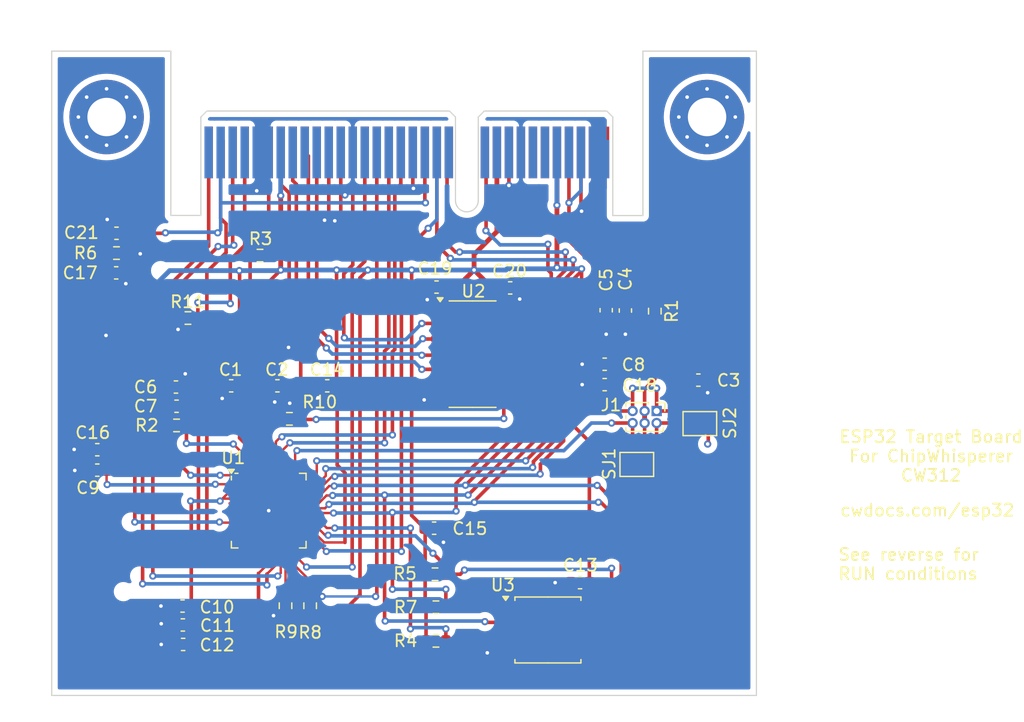
<source format=kicad_pcb>
(kicad_pcb (version 20240108) (generator "pcbnew") (generator_version "8.0")
  (layers (0 "F.Cu" signal) (31 "B.Cu" signal) (34 "B.Paste" user) (35 "F.Paste" user) (36 "B.SilkS" user "B.Silkscreen") (37 "F.SilkS" user "F.Silkscreen") (38 "B.Mask" user) (39 "F.Mask" user) (44 "Edge.Cuts" user))
  (net 0 "")
  (net 1 "VCC")
  (net 2 "GND")
  (net 28 "/Connector/SHUNTH")
  (net 29 "/Connector/nRST")
  (net 30 "/Connector/SHUNTL")
  (net 31 "/Integrated_Circuits/VDD RTC")
  (net 32 "/Integrated_Circuits/VDD CPU")
  (net 33 "/Connector/TXD")
  (net 34 "/Connector/TDO")
  (net 35 "/Connector/RXD")
  (net 36 "/Connector/BUF SDI")
  (net 37 "/Connector/TRIG")
  (net 38 "/Connector/LED1")
  (net 39 "/Connector/GPIO16")
  (net 40 "/Connector/TMS")
  (net 41 "/Connector/TDI")
  (net 42 "/Connector/BUF SCK")
  (net 43 "/Connector/GPIO3")
  (net 44 "/Connector/BUF CS")
  (net 45 "/Connector/BUF SDO")
  (net 46 "/Connector/LED3")
  (net 47 "/Connector/CLK")
  (net 48 "/Connector/OE")
  (net 49 "/Connector/TCK")
  (net 50 "/Connector/LED2")
  (net 51 "/Integrated_Circuits/FLASH WP")
  (net 52 "/Integrated_Circuits/FLASH HD")
  (net 53 "/Integrated_Circuits/FLASH CS")
  (net 54 "/Integrated_Circuits/FLASH SDI")
  (net 55 "/Integrated_Circuits/FLASH SDO")
  (net 56 "/Integrated_Circuits/FLASH SCK")
  (net 57 "Net-(U1-CAP1)")
  (net 58 "Net-(U1-CAP2)")
  (net 59 "Net-(U1-XTAL_P)")
  (net 60 "Net-(U1-GPIO2)")
  (footprint "tutorial_2_library:CW312_Template" (layer "F.Cu") (at 129.05 71.1)
    (property "Reference" "P1" (hide yes))
    (property "Value" "PCIEx4 EDGE CONNECTOR")
    (fp_line (start -4.57 -5.49) (end -4.57 48.2) (stroke (width 0.1)) (layer "Edge.Cuts"))
    (fp_line (start 5.35 -5.49) (end -4.57 -5.49) (stroke (width 0.1)) (layer "Edge.Cuts"))
    (fp_line (start 5.35 8.2) (end 5.35 -5.49) (stroke (width 0.1)) (layer "Edge.Cuts"))
    (fp_line (start 7.85 0) (end 8.35 -0.5) (stroke (width 0.1)) (layer "Edge.Cuts"))
    (fp_line (start 7.85 8.2) (end 5.35 8.2) (stroke (width 0.1)) (layer "Edge.Cuts"))
    (fp_line (start 7.85 8.2) (end 7.85 0) (stroke (width 0.1)) (layer "Edge.Cuts"))
    (fp_line (start 28.55 -0.5) (end 8.35 -0.5) (stroke (width 0.1)) (layer "Edge.Cuts"))
    (fp_line (start 29.05 0) (end 28.55 -0.5) (stroke (width 0.1)) (layer "Edge.Cuts"))
    (fp_line (start 29.05 6.95) (end 29.05 0) (stroke (width 0.1)) (layer "Edge.Cuts"))
    (fp_line (start 30.95 0) (end 31.45 -0.5) (stroke (width 0.1)) (layer "Edge.Cuts"))
    (fp_line (start 30.95 6.95) (end 30.95 0) (stroke (width 0.1)) (layer "Edge.Cuts"))
    (fp_line (start 41.65 -0.5) (end 31.45 -0.5) (stroke (width 0.1)) (layer "Edge.Cuts"))
    (fp_line (start 42.15 0) (end 41.65 -0.5) (stroke (width 0.1)) (layer "Edge.Cuts"))
    (fp_line (start 42.15 8.21) (end 42.15 0) (stroke (width 0.1)) (layer "Edge.Cuts"))
    (fp_line (start 42.15 8.21) (end 44.66 8.21) (stroke (width 0.1)) (layer "Edge.Cuts"))
    (fp_line (start 44.66 -5.49) (end 54.11 -5.49) (stroke (width 0.1)) (layer "Edge.Cuts"))
    (fp_line (start 44.66 8.21) (end 44.66 -5.49) (stroke (width 0.1)) (layer "Edge.Cuts"))
    (fp_line (start 54.11 -5.49) (end 54.11 48.2) (stroke (width 0.1)) (layer "Edge.Cuts"))
    (fp_line (start 54.11 48.2) (end -4.57 48.2) (stroke (width 0.1)) (layer "Edge.Cuts"))
    (fp_arc (start 30.95 6.95) (mid 30 7.9) (end 29.05 6.95) (stroke (width 0.1)) (layer "Edge.Cuts"))
  )
  (footprint "Resistor_SMD:R_0603_1608Metric" (layer "F.Cu") (at 174.7 87.275 90)
    (property "Reference" "R1")
    (property "Value" "RES_10R_0603")
  )
  (footprint "Resistor_SMD:R_0603_1608Metric" (layer "F.Cu") (at 143.95 111.825 90)
    (property "Reference" "R9")
    (property "Value" "RES_10k_0603")
  )
  (footprint "Capacitor_SMD:C_0603_1608Metric" (layer "F.Cu") (at 139.425 93.5 180)
    (property "Reference" "C1")
    (property "Value" "CAP_100n_6.3V_0603")
  )
  (footprint "Capacitor_SMD:C_0603_1608Metric" (layer "F.Cu") (at 134.875 95.2)
    (property "Reference" "C7")
    (property "Value" "CAP_3000p_50V_0603")
  )
  (footprint "Capacitor_SMD:C_0603_1608Metric" (layer "F.Cu") (at 156.525 85.27 180)
    (property "Reference" "C19")
    (property "Value" "CAP_100n_6.3V_0603")
  )
  (footprint "Capacitor_SMD:C_0603_1608Metric" (layer "F.Cu") (at 170.525 93.4 180)
    (property "Reference" "C18")
    (property "Value" "CAP_100n_6.3V_0603")
  )
  (footprint "Connector_PinHeader_1.00mm:PinHeader_2x03_P1.00mm_Vertical" (layer "F.Cu") (at 174.85 95.6 -90)
    (property "Reference" "J1")
    (property "Value" "HDR_6_2.54")
  )
  (footprint "Capacitor_SMD:C_0603_1608Metric" (layer "F.Cu") (at 128.275 100.525 180)
    (property "Reference" "C9")
    (property "Value" "CAP_100n_6.3V_0603")
  )
  (footprint "Resistor_SMD:R_0603_1608Metric" (layer "F.Cu") (at 144.275 96.25)
    (property "Reference" "R10")
    (property "Value" "RES_100k_0603")
  )
  (footprint "Capacitor_SMD:C_0603_1608Metric" (layer "F.Cu") (at 170.525001 91.699999 180)
    (property "Reference" "C8")
    (property "Value" "CAP_100n_6.3V_0603")
  )
  (footprint "Capacitor_SMD:C_0603_1608Metric" (layer "F.Cu") (at 135.4 113.425 180)
    (property "Reference" "C11")
    (property "Value" "CAP_2u2_6.3V_0603")
  )
  (footprint "Capacitor_SMD:C_0603_1608Metric" (layer "F.Cu") (at 168.475 109.9 180)
    (property "Reference" "C13")
    (property "Value" "CAP_100n_6.3V_0603")
  )
  (footprint "Capacitor_SMD:C_0603_1608Metric" (layer "F.Cu") (at 134.825 93.6 180)
    (property "Reference" "C6")
    (property "Value" "CAP_10n_10V_0603")
  )
  (footprint "Resistor_SMD:R_0603_1608Metric" (layer "F.Cu") (at 156.475 114.75 180)
    (property "Reference" "R4")
    (property "Value" "RES_10k_0603")
  )
  (footprint "Package_SO:SOIC-8_5.275x5.275mm_P1.27mm" (layer "F.Cu") (at 165.8 113.845)
    (property "Reference" "U3")
    (property "Value" "IS25WP032D")
  )
  (footprint "Capacitor_SMD:C_0603_1608Metric" (layer "F.Cu") (at 162.6575 85.341249)
    (property "Reference" "C20")
    (property "Value" "CAP_100n_6.3V_0603")
  )
  (footprint "Capacitor_SMD:C_0603_1608Metric" (layer "F.Cu") (at 135.425 115.05 180)
    (property "Reference" "C12")
    (property "Value" "CAP_100n_6.3V_0603")
  )
  (footprint "Capacitor_SMD:C_0603_1608Metric" (layer "F.Cu") (at 129.875001 80.7875 180)
    (property "Reference" "C21")
    (property "Value" "CAP_100n_6.3V_0603")
  )
  (footprint "Capacitor_SMD:C_0603_1608Metric" (layer "F.Cu") (at 170.65 87.2 -90)
    (property "Reference" "C5")
    (property "Value" "CAP_2u2_6.3V_0603")
  )
  (footprint "Capacitor_SMD:C_0603_1608Metric" (layer "F.Cu") (at 143.274999 93.5)
    (property "Reference" "C2")
    (property "Value" "CAP_100n_6.3V_0603")
  )
  (footprint "Capacitor_SMD:C_0603_1608Metric" (layer "F.Cu") (at 178.324999 93.024999)
    (property "Reference" "C3")
    (property "Value" "CAP_100n_6.3V_0603")
  )
  (footprint "Capacitor_SMD:C_0603_1608Metric" (layer "F.Cu") (at 135.375 111.85 180)
    (property "Reference" "C10")
    (property "Value" "CAP_2u2_6.3V_0603")
  )
  (footprint "Resistor_SMD:R_0603_1608Metric" (layer "F.Cu") (at 129.875 82.4375)
    (property "Reference" "R6")
    (property "Value" "RES_10k_0603")
  )
  (footprint "Resistor_SMD:R_0603_1608Metric" (layer "F.Cu") (at 135.824999 87.85)
    (property "Reference" "R11")
    (property "Value" "RES_10k_0603")
  )
  (footprint "Capacitor_SMD:C_0603_1608Metric" (layer "F.Cu") (at 128.275 98.824998 180)
    (property "Reference" "C16")
    (property "Value" "CAP_100n_6.3V_0603")
  )
  (footprint "Jumper:SolderJumper-2_P1.3mm_Bridged2Bar_Pad1.0x1.5mm" (layer "F.Cu") (at 178.45 96.65)
    (property "Reference" "SJ2")
    (property "Value" "~")
  )
  (footprint "Resistor_SMD:R_0603_1608Metric" (layer "F.Cu") (at 156.475 111.95 180)
    (property "Reference" "R7")
    (property "Value" "RES_10k_0603")
  )
  (footprint "Capacitor_SMD:C_0603_1608Metric" (layer "F.Cu") (at 172.25 87.225 -90)
    (property "Reference" "C4")
    (property "Value" "CAP_100n_6.3V_0603")
  )
  (footprint "Capacitor_SMD:C_0603_1608Metric" (layer "F.Cu") (at 129.85 84.0875)
    (property "Reference" "C17")
    (property "Value" "CAP_100n_6.3V_0603")
  )
  (footprint "Package_DFN_QFN:QFN-48-1EP_6x6mm_P0.4mm_EP4.3x4.3mm" (layer "F.Cu") (at 142.55 103.9)
    (property "Reference" "U1")
    (property "Value" "ESP32-D0WDQ6")
  )
  (footprint "Resistor_SMD:R_0603_1608Metric" (layer "F.Cu") (at 141.825 82.65)
    (property "Reference" "R3")
    (property "Value" "RES_51R_0603")
  )
  (footprint "Resistor_SMD:R_0603_1608Metric" (layer "F.Cu") (at 146 111.825 -90)
    (property "Reference" "R8")
    (property "Value" "RES_10k_0603")
  )
  (footprint "Jumper:SolderJumper-2_P1.3mm_Bridged2Bar_Pad1.0x1.5mm" (layer "F.Cu") (at 173.200001 100.05)
    (property "Reference" "SJ1")
    (property "Value" "~")
  )
  (footprint "Resistor_SMD:R_0603_1608Metric" (layer "F.Cu") (at 134.875 96.8)
    (property "Reference" "R2")
    (property "Value" "RES_20k_0603")
  )
  (footprint "Package_SO:SOIC-14_3.9x8.7mm_P1.27mm" (layer "F.Cu") (at 159.525 90.86)
    (property "Reference" "U2")
    (property "Value" "TXB0104PWR")
  )
  (footprint "Capacitor_SMD:C_0603_1608Metric" (layer "F.Cu") (at 147.425 93.5 180)
    (property "Reference" "C14")
    (property "Value" "CAP_100n_6.3V_0603")
  )
  (footprint "Resistor_SMD:R_0603_1608Metric" (layer "F.Cu") (at 156.4 109.2 180)
    (property "Reference" "R5")
    (property "Value" "RES_10k_0603")
  )
  (footprint "Capacitor_SMD:C_0603_1608Metric" (layer "F.Cu") (at 156.325 105.3625)
    (property "Reference" "C15")
    (property "Value" "CAP_100n_6.3V_0603")
  )
  (gr_text "ESP32 Target Board\nFor ChipWhisperer\nCW312" (at 197.7 101.55 0) (layer "F.SilkS") (effects (font (size 1 1)) (justify bottom)))
  (gr_text "cwdocs.com/esp32\n" (at 190.05 104.45 0) (layer "F.SilkS") (effects (font (size 1 1)) (justify left bottom)))
  (gr_text "See reverse for \nRUN conditions" (at 189.9 109.75 0) (layer "F.SilkS") (effects (font (size 1 1)) (justify left bottom)))
  (segment (start 159.65 82.55) (end 161.55 80.65) (width 0.4) (layer "F.Cu") (net 1))
  (segment (start 155.675 111.975) (end 155.65 111.95) (width 0.4) (layer "F.Cu") (net 1))
  (segment (start 140.1 83.9) (end 140.125 83.925) (width 0.3) (layer "F.Cu") (net 1))
  (segment (start 179.1 96.45) (end 179.1 96.65) (width 0.3) (layer "F.Cu") (net 1))
  (segment (start 179.099999 96.65) (end 179.099999 94.799999) (width 0.3) (layer "F.Cu") (net 1))
  (segment (start 143.55 77.65) (end 143.55 83.85) (width 0.4) (layer "F.Cu") (net 1))
  (segment (start 179.15 96.7) (end 179.1 96.65) (width 0.3) (layer "F.Cu") (net 1))
  (segment (start 168.6 83.75) (end 168.6 88.15) (width 0.3) (layer "F.Cu") (net 1))
  (segment (start 148.9 106.55) (end 147.165686 106.55) (width 0.2) (layer "F.Cu") (net 1))
  (segment (start 142.35 99.75) (end 142.35 91.725) (width 0.3) (layer "F.Cu") (net 1))
  (segment (start 140.125 97.85) (end 140.7 98.425) (width 0.3) (layer "F.Cu") (net 1))
  (segment (start 154.45 83.85) (end 154.45 104.3) (width 0.3) (layer "F.Cu") (net 1))
  (segment (start 155.575 105.425) (end 155.575 111.875) (width 0.3) (layer "F.Cu") (net 1))
  (segment (start 172.849999 95.6) (end 171.3 95.6) (width 0.3) (layer "F.Cu") (net 1))
  (segment (start 136.1 108.975) (end 136.1 111.8) (width 0.3) (layer "F.Cu") (net 1))
  (segment (start 169.25 109.9) (end 169.35 110) (width 0.3) (layer "F.Cu") (net 1))
  (segment (start 129.3 84.3125) (end 129.075 84.0875) (width 0.3) (layer "F.Cu") (net 1))
  (segment (start 171.300001 93.400001) (end 171.3 91.699999) (width 0.3) (layer "F.Cu") (net 1))
  (segment (start 166.55 83.65) (end 166.55 74.05) (width 0.4) (layer "F.Cu") (net 1))
  (segment (start 150.15 84.5) (end 150.15 110.9) (width 0.3) (layer "F.Cu") (net 1))
  (segment (start 168 96.9) (end 169.25 98.15) (width 0.3) (layer "F.Cu") (net 1))
  (segment (start 158.23 85.27) (end 157.3 85.27) (width 0.4) (layer "F.Cu") (net 1))
  (segment (start 155.65 111.95) (end 155.65 114.75) (width 0.3) (layer "F.Cu") (net 1))
  (segment (start 171.300001 91.450001) (end 171.300001 91.699999) (width 0.3) (layer "F.Cu") (net 1))
  (segment (start 179.15 98.300001) (end 179.15 96.7) (width 0.3) (layer "F.Cu") (net 1))
  (segment (start 138.5 103.1) (end 139.1 102.5) (width 0.2) (layer "F.Cu") (net 1))
  (segment (start 148.4 112.65) (end 146 112.65) (width 0.3) (layer "F.Cu") (net 1))
  (segment (start 148.25 100.1) (end 148.25 93.55) (width 0.3) (layer "F.Cu") (net 1))
  (segment (start 168.6 83.75) (end 168.6 83.933451) (width 0.3) (layer "F.Cu") (net 1))
  (segment (start 157 87) (end 157.05 87.05) (width 0.3) (layer "F.Cu") (net 1))
  (segment (start 161.8825 85.22) (end 161.8825 86.9325) (width 0.3) (layer "F.Cu") (net 1))
  (segment (start 136.175 113.425) (end 136.175 115.025) (width 0.3) (layer "F.Cu") (net 1))
  (segment (start 169.435 111.975) (end 169.4 111.94) (width 0.4) (layer "F.Cu") (net 1))
  (segment (start 176.3 95.5) (end 176.3 93.024999) (width 0.3) (layer "F.Cu") (net 1))
  (segment (start 169.125 109.775) (end 169.000002 109.9) (width 0.2) (layer "F.Cu") (net 1))
  (segment (start 174.85 93.7) (end 174.85 95.6) (width 0.3) (layer "F.Cu") (net 1))
  (segment (start 171.300001 90.850001) (end 171.300001 91.699999) (width 0.3) (layer "F.Cu") (net 1))
  (segment (start 146.315686 105.7) (end 145.5 105.7) (width 0.2) (layer "F.Cu") (net 1))
  (segment (start 161.141249 85.341249) (end 161.8825 85.341249) (width 0.4) (layer "F.Cu") (net 1))
  (segment (start 129.05 101.674999) (end 129.1 101.724999) (width 0.2) (layer "F.Cu") (net 1))
  (segment (start 150.15 110.9) (end 148.4 112.65) (width 0.3) (layer "F.Cu") (net 1))
  (segment (start 129.05 82.4375) (end 129.05 84.0625) (width 0.3) (layer "F.Cu") (net 1))
  (segment (start 136.1 111.8) (end 136.15 111.85) (width 0.2) (layer "F.Cu") (net 1))
  (segment (start 161.8825 85.341249) (end 161.7825 85.441249) (width 0.3) (layer "F.Cu") (net 1))
  (segment (start 136.05 109.025) (end 136.1 108.975) (width 0.2) (layer "F.Cu") (net 1))
  (segment (start 157.05 87.05) (end 162 87.05) (width 0.3) (layer "F.Cu") (net 1))
  (segment (start 157.3 85.27) (end 157.3 86.8) (width 0.4) (layer "F.Cu") (net 1))
  (segment (start 155.575 109.2) (end 155.65 109.275) (width 0.3) (layer "F.Cu") (net 1))
  (segment (start 168.6 83.933451) (end 168 84.533451) (width 0.3) (layer "F.Cu") (net 1))
  (segment (start 161.8825 86.9325) (end 162 87.05) (width 0.3) (layer "F.Cu") (net 1))
  (segment (start 166.55 83.65) (end 166.46625 83.73375) (width 0.4) (layer "F.Cu") (net 1))
  (segment (start 139.1 102.5) (end 139.6 102.5) (width 0.2) (layer "F.Cu") (net 1))
  (segment (start 148.2 83.85) (end 148.2 93.25) (width 0.3) (layer "F.Cu") (net 1))
  (segment (start 139.6 101.7) (end 138.1 101.7) (width 0.2) (layer "F.Cu") (net 1))
  (segment (start 136.175 115.025) (end 136.2 115.05) (width 0.2) (layer "F.Cu") (net 1))
  (segment (start 157.25 85.22) (end 157.3 85.27) (width 0.4) (layer "F.Cu") (net 1))
  (segment (start 168.6 88.15) (end 171.300001 90.850001) (width 0.3) (layer "F.Cu") (net 1))
  (segment (start 136.1 108.975) (end 136.1 103.15) (width 0.3) (layer "F.Cu") (net 1))
  (segment (start 140.7 98.425) (end 141.15 98.875) (width 0.2) (layer "F.Cu") (net 1))
  (segment (start 171.375 93.475) (end 171.300001 93.400001) (width 0.3) (layer "F.Cu") (net 1))
  (segment (start 179.099999 94.799999) (end 178.049999 94.799999) (width 0.3) (layer "F.Cu") (net 1))
  (segment (start 179.1 98.35) (end 179.15 98.300001) (width 0.3) (layer "F.Cu") (net 1))
  (segment (start 171.4 93.5) (end 171.300001 93.400001) (width 0.4) (layer "F.Cu") (net 1))
  (segment (start 169.35 111.89) (end 169.4 111.94) (width 0.3) (layer "F.Cu") (net 1))
  (segment (start 159.65 83.85) (end 161.141249 85.341249) (width 0.4) (layer "F.Cu") (net 1))
  (segment (start 172.850001 95.6) (end 172.850001 93.7) (width 0.3) (layer "F.Cu") (net 1))
  (segment (start 161.55 80.65) (end 161.55 74.05) (width 0.4) (layer "F.Cu") (net 1))
  (segment (start 155.575 105.3375) (end 155.55 105.3625) (width 0.2) (layer "F.Cu") (net 1))
  (segment (start 140.125 83.925) (end 140.125 97.85) (width 0.3) (layer "F.Cu") (net 1))
  (segment (start 174.95 93.600001) (end 174.85 93.7) (width 0.3) (layer "F.Cu") (net 1))
  (segment (start 174.85 95.6) (end 176.2 95.6) (width 0.3) (layer "F.Cu") (net 1))
  (segment (start 141.15 98.875) (end 141.15 100.95) (width 0.2) (layer "F.Cu") (net 1))
  (segment (start 168.975 109.875) (end 169.000002 109.9) (width 0.2) (layer "F.Cu") (net 1))
  (segment (start 129 98.774998) (end 129 89.3) (width 0.3) (layer "F.Cu") (net 1))
  (segment (start 136.2 113.4) (end 136.175 113.425) (width 0.2) (layer "F.Cu") (net 1))
  (segment (start 142.375 85.025) (end 142.375 91.7) (width 0.3) (layer "F.Cu") (net 1))
  (segment (start 148.45 93.25) (end 148.2 93.5) (width 0.3) (layer "F.Cu") (net 1))
  (segment (start 169.35 110) (end 169.35 111.89) (width 0.3) (layer "F.Cu") (net 1))
  (segment (start 148.9 106.55) (end 148.9 100.75) (width 0.3) (layer "F.Cu") (net 1))
  (segment (start 138.5 103.1) (end 138.7 102.9) (width 0.2) (layer "F.Cu") (net 1))
  (segment (start 129.05 98.824998) (end 129 98.774998) (width 0.3) (layer "F.Cu") (net 1))
  (segment (start 136.175 113.425) (end 136.2 113.45) (width 0.2) (layer "F.Cu") (net 1))
  (segment (start 136.1 103.15) (end 136.05 103.1) (width 0.2) (layer "F.Cu") (net 1))
  (segment (start 129.05 98.875) (end 129.099998 98.824999) (width 0.2) (layer "F.Cu") (net 1))
  (segment (start 171.3 93.4) (end 171.3 95.6) (width 0.3) (layer "F.Cu") (net 1))
  (segment (start 159.65 83.85) (end 158.23 85.27) (width 0.4) (layer "F.Cu") (net 1))
  (segment (start 143.55 83.85) (end 142.375 85.025) (width 0.3) (layer "F.Cu") (net 1))
  (segment (start 168 84.533451) (end 168 96.9) (width 0.3) (layer "F.Cu") (net 1))
  (segment (start 129.075 84.0875) (end 129.05 84.1125) (width 0.3) (layer "F.Cu") (net 1))
  (segment (start 148.9 100.75) (end 148.25 100.1) (width 0.3) (layer "F.Cu") (net 1))
  (segment (start 155.575 111.875) (end 155.65 111.95) (width 0.3) (layer "F.Cu") (net 1))
  (segment (start 142.35 100.95) (end 142.35 99.65) (width 0.2) (layer "F.Cu") (net 1))
  (segment (start 177.549999 94.299999) (end 177.549999 93.024999) (width 0.3) (layer "F.Cu") (net 1))
  (segment (start 159.65 83.85) (end 159.65 82.55) (width 0.4) (layer "F.Cu") (net 1))
  (segment (start 136.15 113.4) (end 136.175 113.425) (width 0.2) (layer "F.Cu") (net 1))
  (segment (start 129 98.674998) (end 128.85 98.824998) (width 0.3) (layer "F.Cu") (net 1))
  (segment (start 142.425 93.525) (end 142.45 93.5) (width 0.3) (layer "F.Cu") (net 1))
  (segment (start 129.05 84.0625) (end 129.075 84.0875) (width 0.2) (layer "F.Cu") (net 1))
  (segment (start 129.05 98.824999) (end 129.05 100.524999) (width 0.3) (layer "F.Cu") (net 1))
  (segment (start 166.55 74.05) (end 166.55 78.45) (width 0.4) (layer "F.Cu") (net 1))
  (segment (start 129.05 100.525) (end 129.05 101.674999) (width 0.2) (layer "F.Cu") (net 1))
  (segment (start 176.3 93.024999) (end 177.549999 93.024999) (width 0.3) (layer "F.Cu") (net 1))
  (segment (start 138.7 102.9) (end 139.6 102.9) (width 0.2) (layer "F.Cu") (net 1))
  (segment (start 147.165686 106.55) (end 146.315686 105.7) (width 0.2) (layer "F.Cu") (net 1))
  (segment (start 169.25 98.15) (end 169.25 109.9) (width 0.3) (layer "F.Cu") (net 1))
  (segment (start 129 89.3) (end 129 84.3125) (width 0.3) (layer "F.Cu") (net 1))
  (segment (start 136.15 111.85) (end 136.15 113.4) (width 0.3) (layer "F.Cu") (net 1))
  (segment (start 148.25 93.55) (end 148.2 93.5) (width 0.3) (layer "F.Cu") (net 1))
  (segment (start 161.9 86.95) (end 162 87.05) (width 0.2) (layer "F.Cu") (net 1))
  (segment (start 169.25 109.9) (end 169.3 109.95) (width 0.3) (layer "F.Cu") (net 1))
  (segment (start 150.8 83.85) (end 150.15 84.5) (width 0.3) (layer "F.Cu") (net 1))
  (segment (start 155.5 105.4125) (end 155.55 105.3625) (width 0.2) (layer "F.Cu") (net 1))
  (segment (start 136.1 113.35) (end 136.2 113.45) (width 0.3) (layer "F.Cu") (net 1))
  (segment (start 129.050001 98.824999) (end 129.05 98.824998) (width 0.3) (layer "F.Cu") (net 1))
  (segment (start 154.45 104.3) (end 155.575 105.425) (width 0.3) (layer "F.Cu") (net 1))
  (segment (start 157.3 86.8) (end 157.05 87.05) (width 0.4) (layer "F.Cu") (net 1))
  (segment (start 178.049999 94.799999) (end 177.549999 94.299999) (width 0.3) (layer "F.Cu") (net 1))
  (segment (start 176.2 95.6) (end 176.3 95.5) (width 0.3) (layer "F.Cu") (net 1))
  (segment (start 179 96.55) (end 179.1 96.65) (width 0.3) (layer "F.Cu") (net 1))
  (segment (start 129.05 100.674999) (end 128.950001 100.575) (width 0.3) (layer "F.Cu") (net 1))
  (via (at 136.05 103.1) (size 0.6) (drill 0.3) (layers "F.Cu" "B.Cu") (net 1))
  (via (at 129.1 101.724999) (size 0.6) (drill 0.3) (layers "F.Cu" "B.Cu") (net 1))
  (via (at 174.85 93.7) (size 0.6) (drill 0.3) (layers "F.Cu" "B.Cu") (net 1))
  (via (at 150.8 83.85) (size 0.6) (drill 0.3) (layers "F.Cu" "B.Cu") (net 1))
  (via (at 140.1 83.9) (size 0.6) (drill 0.3) (layers "F.Cu" "B.Cu") (net 1))
  (via (at 143.55 77.65) (size 0.6) (drill 0.3) (layers "F.Cu" "B.Cu") (net 1))
  (via (at 159.65 83.85) (size 0.6) (drill 0.3) (layers "F.Cu" "B.Cu") (net 1))
  (via (at 143.55 83.85) (size 0.6) (drill 0.3) (layers "F.Cu" "B.Cu") (net 1))
  (via (at 166.55 83.65) (size 0.6) (drill 0.3) (layers "F.Cu" "B.Cu") (net 1))
  (via (at 172.850001 93.7) (size 0.6) (drill 0.3) (layers "F.Cu" "B.Cu") (net 1))
  (via (at 129 89.3) (size 0.6) (drill 0.3) (layers "F.Cu" "B.Cu") (net 1))
  (via (at 154.45 83.85) (size 0.6) (drill 0.3) (layers "F.Cu" "B.Cu") (net 1))
  (via (at 168.6 83.75) (size 0.6) (drill 0.3) (layers "F.Cu" "B.Cu") (net 1))
  (via (at 179.1 98.35) (size 0.6) (drill 0.3) (layers "F.Cu" "B.Cu") (net 1))
  (via (at 148.2 83.85) (size 0.6) (drill 0.3) (layers "F.Cu" "B.Cu") (net 1))
  (via (at 138.1 101.7) (size 0.6) (drill 0.3) (layers "F.Cu" "B.Cu") (net 1))
  (via (at 138.5 103.1) (size 0.6) (drill 0.3) (layers "F.Cu" "B.Cu") (net 1))
  (via (at 166.55 78.45) (size 0.6) (drill 0.3) (layers "F.Cu" "B.Cu") (net 1))
  (segment (start 138.05 101.75) (end 138.1 101.7) (width 0.3) (layer "B.Cu") (net 1))
  (segment (start 129 89.2) (end 129 89.3) (width 0.4) (layer "B.Cu") (net 1))
  (segment (start 166.55 83.65) (end 166.45 83.75) (width 0.4) (layer "B.Cu") (net 1))
  (segment (start 143.5 83.9) (end 143.55 83.85) (width 0.4) (layer "B.Cu") (net 1))
  (segment (start 166.45 83.75) (end 162.4 83.75) (width 0.4) (layer "B.Cu") (net 1))
  (segment (start 166.55 74.05) (end 166.55 78.45) (width 0.4) (layer "B.Cu") (net 1))
  (segment (start 166.65 83.75) (end 166.55 83.65) (width 0.4) (layer "B.Cu") (net 1))
  (segment (start 168.6 83.75) (end 166.65 83.75) (width 0.4) (layer "B.Cu") (net 1))
  (segment (start 157.25 83.85) (end 154.45 83.85) (width 0.4) (layer "B.Cu") (net 1))
  (segment (start 179.050001 98.4) (end 179.1 98.35) (width 0.3) (layer "B.Cu") (net 1))
  (segment (start 162.4 83.75) (end 162.3 83.85) (width 0.4) (layer "B.Cu") (net 1))
  (segment (start 134.3 83.9) (end 129 89.2) (width 0.4) (layer "B.Cu") (net 1))
  (segment (start 154.45 83.85) (end 150.8 83.85) (width 0.4) (layer "B.Cu") (net 1))
  (segment (start 172.850001 93.7) (end 174.85 93.7) (width 0.3) (layer "B.Cu") (net 1))
  (segment (start 129.325001 101.75) (end 138.05 101.75) (width 0.3) (layer "B.Cu") (net 1))
  (segment (start 138.5 103.1) (end 136.05 103.1) (width 0.3) (layer "B.Cu") (net 1))
  (segment (start 143.55 74.05) (end 143.55 77.65) (width 0.4) (layer "B.Cu") (net 1))
  (segment (start 150.8 83.85) (end 148.2 83.85) (width 0.4) (layer "B.Cu") (net 1))
  (segment (start 134.3 83.9) (end 143.5 83.9) (width 0.4) (layer "B.Cu") (net 1))
  (segment (start 162.3 83.85) (end 157.25 83.85) (width 0.4) (layer "B.Cu") (net 1))
  (segment (start 148.2 83.85) (end 143.55 83.85) (width 0.4) (layer "B.Cu") (net 1))
  (segment (start 126.374998 98.824998) (end 127.5 98.824998) (width 0.3) (layer "F.Cu") (net 2))
  (segment (start 162.2 115.75) (end 160.75 115.75) (width 0.3) (layer "F.Cu") (net 2))
  (segment (start 138.65 94.525) (end 138.675 94.55) (width 0.2) (layer "F.Cu") (net 2))
  (segment (start 143.95 112.65) (end 142.95 112.65) (width 0.3) (layer "F.Cu") (net 2))
  (segment (start 163.482499 85.341249) (end 163.482499 86.35875) (width 0.3) (layer "F.Cu") (net 2))
  (segment (start 179.099999 93.025001) (end 179.1 94.074999) (width 0.3) (layer "F.Cu") (net 2))
  (segment (start 157.1 105.3625) (end 157.1 106.5375) (width 0.3) (layer "F.Cu") (net 2))
  (segment (start 162.55 74.05) (end 162.55 76.8) (width 0.3) (layer "F.Cu") (net 2))
  (segment (start 134.625 113.425) (end 133.7 113.425) (width 0.2) (layer "F.Cu") (net 2))
  (segment (start 147.55 79.35) (end 147.55 74.05) (width 0.3) (layer "F.Cu") (net 2))
  (segment (start 134.65 115.05) (end 133.6 115.05) (width 0.2) (layer "F.Cu") (net 2))
  (segment (start 167.7 109.9) (end 166.400001 109.9) (width 0.3) (layer "F.Cu") (net 2))
  (segment (start 144.049999 94.699999) (end 144.3 94.95) (width 0.3) (layer "F.Cu") (net 2))
  (segment (start 127.5 100.525) (end 126.425 100.525) (width 0.3) (layer "F.Cu") (net 2))
  (segment (start 155.75 86.32) (end 155.75 85.27) (width 0.3) (layer "F.Cu") (net 2))
  (segment (start 163.482499 86.35875) (end 163.45 86.391249) (width 0.3) (layer "F.Cu") (net 2))
  (segment (start 169.75 93.399999) (end 168.65 93.399999) (width 0.3) (layer "F.Cu") (net 2))
  (segment (start 135.6 92.5) (end 135.6 93.6) (width 0.3) (layer "F.Cu") (net 2))
  (segment (start 168.65 93.399999) (end 168.650002 93.399999) (width 0.3) (layer "F.Cu") (net 2))
  (segment (start 168.6 78.95) (end 168.55 78.9) (width 0.3) (layer "F.Cu") (net 2))
  (segment (start 126.425 100.525) (end 126.4 100.55) (width 0.2) (layer "F.Cu") (net 2))
  (segment (start 148.05 79.75) (end 148.55 79.25) (width 0.3) (layer "F.Cu") (net 2))
  (segment (start 135 87.849999) (end 135 88.8) (width 0.3) (layer "F.Cu") (net 2))
  (segment (start 138.65 93.5) (end 138.65 94.525) (width 0.3) (layer "F.Cu") (net 2))
  (segment (start 133.7 113.425) (end 133.6 113.325) (width 0.2) (layer "F.Cu") (net 2))
  (segment (start 147.2 79.7) (end 147.55 79.35) (width 0.3) (layer "F.Cu") (net 2))
  (segment (start 172.25 88) (end 172.25 89.2) (width 0.3) (layer "F.Cu") (net 2))
  (segment (start 133.575 111.85) (end 134.6 111.85) (width 0.2) (layer "F.Cu") (net 2))
  (segment (start 130.65 84.9875) (end 130.65 84.1125) (width 0.2) (layer "F.Cu") (net 2))
  (segment (start 157.05 94.67) (end 155.495 94.67) (width 0.3) (layer "F.Cu") (net 2))
  (segment (start 129.100001 80.7875) (end 129.100001 79.637501) (width 0.3) (layer "F.Cu") (net 2))
  (segment (start 144.049999 93.5) (end 144.049999 94.699999) (width 0.3) (layer "F.Cu") (net 2))
  (segment (start 146.65 93.5) (end 146.65 94.5) (width 0.3) (layer "F.Cu") (net 2))
  (segment (start 143.475 95.275) (end 143.475 96.1) (width 0.3) (layer "F.Cu") (net 2))
  (segment (start 129.100001 79.637501) (end 129.1 79.6375) (width 0.2) (layer "F.Cu") (net 2))
  (segment (start 154.55 77) (end 154.6 77.05) (width 0.2) (layer "F.Cu") (net 2))
  (segment (start 168.55 78.9) (end 168.55 74.05) (width 0.3) (layer "F.Cu") (net 2))
  (segment (start 148.55 79.25) (end 148.55 74.05) (width 0.3) (layer "F.Cu") (net 2))
  (segment (start 126.35 98.8) (end 126.374998 98.824998) (width 0.2) (layer "F.Cu") (net 2))
  (segment (start 130.65 84.1125) (end 130.625 84.0875) (width 0.2) (layer "F.Cu") (net 2))
  (segment (start 169.75 91.699999) (end 168.65 91.699999) (width 0.3) (layer "F.Cu") (net 2))
  (segment (start 143.05 94.85) (end 143.475 95.275) (width 0.3) (layer "F.Cu") (net 2))
  (segment (start 170.65 87.975) (end 170.65 89.2) (width 0.3) (layer "F.Cu") (net 2))
  (segment (start 155.495 94.67) (end 155.45 94.625) (width 0.2) (layer "F.Cu") (net 2))
  (segment (start 154.55 74.05) (end 154.55 77) (width 0.3) (layer "F.Cu") (net 2))
  (via (at 155.495 94.67) (size 0.6) (drill 0.3) (layers "F.Cu" "B.Cu") (net 2))
  (via (at 135 88.8) (size 0.6) (drill 0.3) (layers "F.Cu" "B.Cu") (net 2))
  (via (at 162.55 76.8) (size 0.6) (drill 0.3) (layers "F.Cu" "B.Cu") (net 2))
  (via (at 146.65 94.5) (size 0.6) (drill 0.3) (layers "F.Cu" "B.Cu") (net 2))
  (via (at 144.3 94.95) (size 0.6) (drill 0.3) (layers "F.Cu" "B.Cu") (net 2))
  (via (at 142.55 103.9) (size 0.6) (drill 0.3) (layers "F.Cu" "B.Cu") (net 2))
  (via (at 166.400001 109.9) (size 0.6) (drill 0.3) (layers "F.Cu" "B.Cu") (net 2))
  (via (at 155.75 86.32) (size 0.6) (drill 0.3) (layers "F.Cu" "B.Cu") (net 2))
  (via (at 141.55 77.25) (size 0.6) (drill 0.3) (layers "F.Cu" "B.Cu") (net 2))
  (via (at 163.45 86.27) (size 0.6) (drill 0.3) (layers "F.Cu" "B.Cu") (net 2))
  (via (at 133.6 113.325) (size 0.6) (drill 0.3) (layers "F.Cu" "B.Cu") (net 2))
  (via (at 148.9 77.6) (size 0.6) (drill 0.3) (layers "F.Cu" "B.Cu") (net 2))
  (via (at 133.575 111.85) (size 0.6) (drill 0.3) (layers "F.Cu" "B.Cu") (net 2))
  (via (at 157.1 106.5375) (size 0.6) (drill 0.3) (layers "F.Cu" "B.Cu") (net 2))
  (via (at 143.05 94.85) (size 0.6) (drill 0.3) (layers "F.Cu" "B.Cu") (net 2))
  (via (at 142.95 112.65) (size 0.6) (drill 0.3) (layers "F.Cu" "B.Cu") (net 2))
  (via (at 138.675 94.55) (size 0.6) (drill 0.3) (layers "F.Cu" "B.Cu") (net 2))
  (via (at 133.6 115.05) (size 0.6) (drill 0.3) (layers "F.Cu" "B.Cu") (net 2))
  (via (at 126.35 98.8) (size 0.6) (drill 0.3) (layers "F.Cu" "B.Cu") (net 2))
  (via (at 147.2 79.7) (size 0.6) (drill 0.3) (layers "F.Cu" "B.Cu") (net 2))
  (via (at 172.25 89.2) (size 0.6) (drill 0.3) (layers "F.Cu" "B.Cu") (net 2))
  (via (at 160.75 115.75) (size 0.6) (drill 0.3) (layers "F.Cu" "B.Cu") (net 2))
  (via (at 179.1 94.074999) (size 0.6) (drill 0.3) (layers "F.Cu" "B.Cu") (net 2))
  (via (at 135.6 92.5) (size 0.6) (drill 0.3) (layers "F.Cu" "B.Cu") (net 2))
  (via (at 168.6 78.95) (size 0.6) (drill 0.3) (layers "F.Cu" "B.Cu") (net 2))
  (via (at 126.4 100.55) (size 0.6) (drill 0.3) (layers "F.Cu" "B.Cu") (net 2))
  (via (at 130.65 84.9875) (size 0.6) (drill 0.3) (layers "F.Cu" "B.Cu") (net 2))
  (via (at 168.65 93.399999) (size 0.6) (drill 0.3) (layers "F.Cu" "B.Cu") (net 2))
  (via (at 148.05 79.75) (size 0.6) (drill 0.3) (layers "F.Cu" "B.Cu") (net 2))
  (via (at 168.65 91.699999) (size 0.6) (drill 0.3) (layers "F.Cu" "B.Cu") (net 2))
  (via (at 170.65 89.2) (size 0.6) (drill 0.3) (layers "F.Cu" "B.Cu") (net 2))
  (via (at 129.1 79.6375) (size 0.6) (drill 0.3) (layers "F.Cu" "B.Cu") (net 2))
  (via (at 154.6 77.05) (size 0.6) (drill 0.3) (layers "F.Cu" "B.Cu") (net 2))
  (segment (start 163.55 76.75) (end 163.5 76.8) (width 0.2) (layer "B.Cu") (net 2))
  (segment (start 149.55 77.05) (end 149.55 76.100002) (width 0.3) (layer "B.Cu") (net 2))
  (segment (start 163.55 74.05) (end 163.55 76.75) (width 0.3) (layer "B.Cu") (net 2))
  (segment (start 170.55 77) (end 170.55 74.6) (width 0.3) (layer "B.Cu") (net 2))
  (segment (start 168.6 78.95) (end 170.55 77) (width 0.3) (layer "B.Cu") (net 2))
  (segment (start 149 77.6) (end 149.55 77.05) (width 0.3) (layer "B.Cu") (net 2))
  (segment (start 168.6 78.95) (end 169.55 78) (width 0.3) (layer "B.Cu") (net 2))
  (segment (start 148.9 77.6) (end 149 77.6) (width 0.3) (layer "B.Cu") (net 2))
  (segment (start 141.55 74.05) (end 141.55 77.25) (width 0.3) (layer "B.Cu") (net 2))
  (segment (start 170.55 74.6) (end 170.1 74.6) (width 0.3) (layer "B.Cu") (net 2))
  (segment (start 169.55 78) (end 169.55 74.05) (width 0.3) (layer "B.Cu") (net 2))
  (segment (start 149.55 74.05) (end 149.55 76.100002) (width 0.2) (layer "B.Cu") (net 2))
  (segment (start 163.5 76.8) (end 162.55 76.8) (width 0.3) (layer "B.Cu") (net 2))
  (segment (start 170.1 74.6) (end 169.55 74.05) (width 0.3) (layer "B.Cu") (net 2))
  (segment (start 142.55 77.25) (end 141.55 77.25) (width 0.3) (layer "B.Cu") (net 2))
  (segment (start 142.55 74.05) (end 142.55 77.25) (width 0.3) (layer "B.Cu") (net 2))
  (segment (start 169.55 79.074214) (end 169.55 74.05) (width 0.2) (layer "F.Cu") (net 28))
  (segment (start 172.225 86.425) (end 172.25 86.45) (width 0.4) (layer "F.Cu") (net 28))
  (segment (start 175.050001 87.100001) (end 174.649999 86.699999) (width 0.2) (layer "F.Cu") (net 28))
  (segment (start 167.55 81.4) (end 170.65 84.5) (width 0.3) (layer "F.Cu") (net 28))
  (segment (start 176.45 87.1) (end 176.45 84.715686) (width 0.2) (layer "F.Cu") (net 28))
  (segment (start 172.35 86.45) (end 174.7 86.45) (width 0.3) (layer "F.Cu") (net 28))
  (segment (start 170.65 84.5) (end 170.65 86.425) (width 0.3) (layer "F.Cu") (net 28))
  (segment (start 167.55 74.05) (end 167.55 81.4) (width 0.3) (layer "F.Cu") (net 28))
  (segment (start 176.45 84.715686) (end 174.984314 83.25) (width 0.2) (layer "F.Cu") (net 28))
  (segment (start 170.675 86.4) (end 170.65 86.425) (width 0.2) (layer "F.Cu") (net 28))
  (segment (start 169.55 74.05) (end 169.7 74.2) (width 0.2) (layer "F.Cu") (net 28))
  (segment (start 172.3 86.4) (end 170.675 86.4) (width 0.3) (layer "F.Cu") (net 28))
  (segment (start 172.3 86.4) (end 172.35 86.45) (width 0.3) (layer "F.Cu") (net 28))
  (segment (start 175.648528 87.100001) (end 175.050001 87.100001) (width 0.2) (layer "F.Cu") (net 28))
  (segment (start 172.3 86.4) (end 172.25 86.45) (width 0.2) (layer "F.Cu") (net 28))
  (segment (start 173.725786 83.25) (end 169.55 79.074214) (width 0.2) (layer "F.Cu") (net 28))
  (segment (start 174.984314 83.25) (end 173.725786 83.25) (width 0.2) (layer "F.Cu") (net 28))
  (segment (start 176.449999 87.100001) (end 176.45 87.1) (width 0.2) (layer "F.Cu") (net 28))
  (segment (start 172.3 86.4) (end 172.4 86.5) (width 0.2) (layer "F.Cu") (net 28))
  (segment (start 174.649999 86.699999) (end 174.649999 86.400001) (width 0.2) (layer "F.Cu") (net 28))
  (segment (start 175.648528 87.100001) (end 176.449999 87.100001) (width 0.2) (layer "F.Cu") (net 28))
  (via (at 167.55 78.25) (size 0.6) (drill 0.3) (layers "F.Cu" "B.Cu") (net 28))
  (segment (start 168.55 77.25) (end 168.55 74.05) (width 0.3) (layer "B.Cu") (net 28))
  (segment (start 167.55 78.25) (end 168.55 77.25) (width 0.3) (layer "B.Cu") (net 28))
  (segment (start 155.6 78.25) (end 155.55 78.2) (width 0.2) (layer "F.Cu") (net 29))
  (segment (start 133.95 80.75) (end 133.85 80.85) (width 0.3) (layer "F.Cu") (net 29))
  (segment (start 138.45 104.85) (end 138.5 104.9) (width 0.2) (layer "F.Cu") (net 29))
  (segment (start 131.7875 82.4375) (end 131.85 82.5) (width 0.3) (layer "F.Cu") (net 29))
  (segment (start 138.5 104.9) (end 139.6 104.9) (width 0.2) (layer "F.Cu") (net 29))
  (segment (start 133.95 80.75) (end 133.9125 80.7875) (width 0.3) (layer "F.Cu") (net 29))
  (segment (start 130.650001 80.7875) (end 130.650001 82.387501) (width 0.3) (layer "F.Cu") (net 29))
  (segment (start 131.85 86.842894) (end 131.85 82.5) (width 0.3) (layer "F.Cu") (net 29))
  (segment (start 155.55 78.2) (end 155.55 74.05) (width 0.3) (layer "F.Cu") (net 29))
  (segment (start 133.9125 80.7875) (end 130.650001 80.7875) (width 0.3) (layer "F.Cu") (net 29))
  (segment (start 130.7 80.8375) (end 130.65 80.7875) (width 0.2) (layer "F.Cu") (net 29))
  (segment (start 130.650001 82.387501) (end 130.7 82.4375) (width 0.3) (layer "F.Cu") (net 29))
  (segment (start 131.4 87.292894) (end 131.85 86.842894) (width 0.3) (layer "F.Cu") (net 29))
  (segment (start 130.7 82.4375) (end 131.7875 82.4375) (width 0.3) (layer "F.Cu") (net 29))
  (segment (start 131.4 87.292894) (end 131.4 104.85) (width 0.3) (layer "F.Cu") (net 29))
  (via (at 131.85 82.5) (size 0.6) (drill 0.3) (layers "F.Cu" "B.Cu") (net 29))
  (via (at 133.95 80.75) (size 0.6) (drill 0.3) (layers "F.Cu" "B.Cu") (net 29))
  (via (at 155.6 78.25) (size 0.6) (drill 0.3) (layers "F.Cu" "B.Cu") (net 29))
  (via (at 138.3 80.75) (size 0.6) (drill 0.3) (layers "F.Cu" "B.Cu") (net 29))
  (via (at 138.45 104.85) (size 0.6) (drill 0.3) (layers "F.Cu" "B.Cu") (net 29))
  (via (at 131.4 104.85) (size 0.6) (drill 0.3) (layers "F.Cu" "B.Cu") (net 29))
  (segment (start 138.3 80.75) (end 138.25 80.7) (width 0.3) (layer "B.Cu") (net 29))
  (segment (start 131.4 104.85) (end 138.45 104.85) (width 0.3) (layer "B.Cu") (net 29))
  (segment (start 138.55 80.5) (end 138.55 74.05) (width 0.3) (layer "B.Cu") (net 29))
  (segment (start 138.25 80.7) (end 134 80.7) (width 0.3) (layer "B.Cu") (net 29))
  (segment (start 134 80.7) (end 133.95 80.75) (width 0.3) (layer "B.Cu") (net 29))
  (segment (start 138.3 80.75) (end 138.55 80.5) (width 0.3) (layer "B.Cu") (net 29))
  (segment (start 138.55 78.25) (end 155.6 78.25) (width 0.3) (layer "B.Cu") (net 29))
  (segment (start 173.85 95.6) (end 173.85 96.6) (width 0.4) (layer "F.Cu") (net 30))
  (segment (start 173.85 95.6) (end 173.85 93.780761) (width 0.3) (layer "F.Cu") (net 30))
  (segment (start 174.7 87.75) (end 174.7 88.099999) (width 0.2) (layer "F.Cu") (net 30))
  (segment (start 173.891472 82.85) (end 175.15 82.85) (width 0.2) (layer "F.Cu") (net 30))
  (segment (start 176.85 84.55) (end 176.85 87.4) (width 0.2) (layer "F.Cu") (net 30))
  (segment (start 170.55 74.05) (end 170.55 79.508528) (width 0.2) (layer "F.Cu") (net 30))
  (segment (start 173.85 96.6) (end 173.85 100.05) (width 0.3) (layer "F.Cu") (net 30))
  (segment (start 173.85 96.6) (end 173.950001 96.7) (width 0.3) (layer "F.Cu") (net 30))
  (segment (start 173.85 95.6) (end 173.8 95.55) (width 0.3) (layer "F.Cu") (net 30))
  (segment (start 173.85 93.780761) (end 174.7 92.930761) (width 0.3) (layer "F.Cu") (net 30))
  (segment (start 176.85 87.4) (end 176.75 87.5) (width 0.2) (layer "F.Cu") (net 30))
  (segment (start 175.15 82.85) (end 176.85 84.55) (width 0.2) (layer "F.Cu") (net 30))
  (segment (start 174.9 88.3) (end 174.7 88.1) (width 0.3) (layer "F.Cu") (net 30))
  (segment (start 170.55 79.508528) (end 173.891472 82.85) (width 0.2) (layer "F.Cu") (net 30))
  (segment (start 176.75 87.5) (end 174.95 87.5) (width 0.2) (layer "F.Cu") (net 30))
  (segment (start 174.7 92.930761) (end 174.7 88.1) (width 0.3) (layer "F.Cu") (net 30))
  (segment (start 174.95 87.5) (end 174.7 87.75) (width 0.2) (layer "F.Cu") (net 30))
  (segment (start 174.85 96.6) (end 174.9 96.55) (width 0.3) (layer "F.Cu") (net 31))
  (segment (start 141.7 117.45) (end 171.75 117.45) (width 0.3) (layer "F.Cu") (net 31))
  (segment (start 177.85 96.7) (end 177.799999 96.65) (width 0.2) (layer "F.Cu") (net 31))
  (segment (start 141.7 109.122792) (end 141.7 117.45) (width 0.3) (layer "F.Cu") (net 31))
  (segment (start 177.750001 96.6) (end 177.800001 96.65) (width 0.2) (layer "F.Cu") (net 31))
  (segment (start 171.75 117.45) (end 174.85 114.35) (width 0.3) (layer "F.Cu") (net 31))
  (segment (start 174.85 96.6) (end 177.750001 96.6) (width 0.3) (layer "F.Cu") (net 31))
  (segment (start 174.85 114.35) (end 174.85 96.6) (width 0.3) (layer "F.Cu") (net 31))
  (segment (start 177.85 96.6) (end 177.799999 96.65) (width 0.2) (layer "F.Cu") (net 31))
  (segment (start 142.75 108.072792) (end 142.75 106.85) (width 0.2) (layer "F.Cu") (net 31))
  (segment (start 141.7 109.122792) (end 142.75 108.072792) (width 0.2) (layer "F.Cu") (net 31))
  (segment (start 172.85 96.6) (end 172.85 98.25) (width 0.3) (layer "F.Cu") (net 32))
  (segment (start 144.75 99.05) (end 144.75 100.95) (width 0.2) (layer "F.Cu") (net 32))
  (segment (start 172.550002 98.549998) (end 172.550002 100.05) (width 0.3) (layer "F.Cu") (net 32))
  (segment (start 144.9 98.9) (end 144.75 99.05) (width 0.2) (layer "F.Cu") (net 32))
  (segment (start 172.85 98.25) (end 172.550002 98.549998) (width 0.3) (layer "F.Cu") (net 32))
  (segment (start 171.1 96.6) (end 172.85 96.6) (width 0.3) (layer "F.Cu") (net 32))
  (via (at 171.1 96.6) (size 0.6) (drill 0.3) (layers "F.Cu" "B.Cu") (net 32))
  (via (at 144.9 98.9) (size 0.6) (drill 0.3) (layers "F.Cu" "B.Cu") (net 32))
  (segment (start 167.125 98.9) (end 144.9 98.9) (width 0.3) (layer "B.Cu") (net 32))
  (segment (start 169.425 96.6) (end 167.125 98.9) (width 0.3) (layer "B.Cu") (net 32))
  (segment (start 144.9 99.015544) (end 144.9 98.9) (width 0.3) (layer "B.Cu") (net 32))
  (segment (start 171.1 96.6) (end 169.425 96.6) (width 0.3) (layer "B.Cu") (net 32))
  (segment (start 153.05 77.2) (end 153.05 90.465465) (width 0.3) (layer "F.Cu") (net 33))
  (segment (start 153.05 90.465465) (end 152.85 90.665465) (width 0.3) (layer "F.Cu") (net 33))
  (segment (start 153.55 76.7) (end 153.05 77.2) (width 0.3) (layer "F.Cu") (net 33))
  (segment (start 152.85 90.665465) (end 152.85 97.592244) (width 0.3) (layer "F.Cu") (net 33))
  (segment (start 143.55 97.75) (end 143.15 98.15) (width 0.2) (layer "F.Cu") (net 33))
  (segment (start 143.65 97.75) (end 143.55 97.75) (width 0.2) (layer "F.Cu") (net 33))
  (segment (start 143.15 98.15) (end 143.15 100.95) (width 0.2) (layer "F.Cu") (net 33))
  (segment (start 153.55 74.05) (end 153.55 76.7) (width 0.3) (layer "F.Cu") (net 33))
  (via (at 143.65 97.75) (size 0.6) (drill 0.3) (layers "F.Cu" "B.Cu") (net 33))
  (via (at 152.85 97.592244) (size 0.6) (drill 0.3) (layers "F.Cu" "B.Cu") (net 33))
  (segment (start 152.842244 97.6) (end 143.8 97.6) (width 0.3) (layer "B.Cu") (net 33))
  (segment (start 143.8 97.6) (end 143.65 97.75) (width 0.3) (layer "B.Cu") (net 33))
  (segment (start 152.85 97.592244) (end 152.842244 97.6) (width 0.3) (layer "B.Cu") (net 33))
  (segment (start 139.649999 81.780762) (end 139.55 81.680763) (width 0.2) (layer "F.Cu") (net 34))
  (segment (start 143.3 109.35) (end 143.55 109.1) (width 0.2) (layer "F.Cu") (net 34))
  (segment (start 139.55 81.680763) (end 139.55 74.05) (width 0.3) (layer "F.Cu") (net 34))
  (segment (start 139.65 81.780762) (end 139.649999 81.780762) (width 0.2) (layer "F.Cu") (net 34))
  (segment (start 143.55 109.1) (end 143.55 106.85) (width 0.2) (layer "F.Cu") (net 34))
  (segment (start 132.9 87.31924) (end 138.33462 81.88462) (width 0.3) (layer "F.Cu") (net 34))
  (segment (start 132.9 109.35) (end 132.9 87.31924) (width 0.3) (layer "F.Cu") (net 34))
  (via (at 132.9 109.35) (size 0.6) (drill 0.3) (layers "F.Cu" "B.Cu") (net 34))
  (via (at 138.33462 81.88462) (size 0.6) (drill 0.3) (layers "F.Cu" "B.Cu") (net 34))
  (via (at 143.3 109.35) (size 0.6) (drill 0.3) (layers "F.Cu" "B.Cu") (net 34))
  (via (at 139.65 81.780762) (size 0.6) (drill 0.3) (layers "F.Cu" "B.Cu") (net 34))
  (segment (start 138.33462 81.88462) (end 139.546141 81.88462) (width 0.3) (layer "B.Cu") (net 34))
  (segment (start 143.3 109.35) (end 132.9 109.35) (width 0.3) (layer "B.Cu") (net 34))
  (segment (start 139.546141 81.88462) (end 139.649999 81.780762) (width 0.2) (layer "B.Cu") (net 34))
  (segment (start 139.649999 81.780762) (end 139.65 81.780762) (width 0.2) (layer "B.Cu") (net 34))
  (segment (start 143.55 99.015643) (end 143.55 100.95) (width 0.2) (layer "F.Cu") (net 35))
  (segment (start 152.55 90.258358) (end 152.2 90.608358) (width 0.3) (layer "F.Cu") (net 35))
  (segment (start 152.55 74.05) (end 152.55 90.258358) (width 0.3) (layer "F.Cu") (net 35))
  (segment (start 144.315643 98.25) (end 143.55 99.015643) (width 0.2) (layer "F.Cu") (net 35))
  (segment (start 152.2 90.608358) (end 152.2 98.25) (width 0.3) (layer "F.Cu") (net 35))
  (via (at 144.315643 98.25) (size 0.6) (drill 0.3) (layers "F.Cu" "B.Cu") (net 35))
  (via (at 152.2 98.25) (size 0.6) (drill 0.3) (layers "F.Cu" "B.Cu") (net 35))
  (segment (start 152.2 98.25) (end 144.315643 98.25) (width 0.3) (layer "B.Cu") (net 35))
  (segment (start 155.3 90.95) (end 156.96 90.95) (width 0.3) (layer "F.Cu") (net 36))
  (segment (start 147.35 90.35) (end 145.85 88.85) (width 0.3) (layer "F.Cu") (net 36))
  (segment (start 156.96 90.95) (end 157.05 90.86) (width 0.3) (layer "F.Cu") (net 36))
  (segment (start 145.85 88.85) (end 145.85 74.35) (width 0.3) (layer "F.Cu") (net 36))
  (segment (start 145.85 74.35) (end 145.55 74.05) (width 0.3) (layer "F.Cu") (net 36))
  (via (at 155.3 90.95) (size 0.6) (drill 0.3) (layers "F.Cu" "B.Cu") (net 36))
  (via (at 147.35 90.35) (size 0.6) (drill 0.3) (layers "F.Cu" "B.Cu") (net 36))
  (segment (start 147.35 90.35) (end 147.85 90.85) (width 0.3) (layer "B.Cu") (net 36))
  (segment (start 147.85 90.85) (end 155.2 90.85) (width 0.3) (layer "B.Cu") (net 36))
  (segment (start 155.2 90.85) (end 155.3 90.95) (width 0.3) (layer "B.Cu") (net 36))
  (segment (start 144.75 107.65) (end 144.75 106.85) (width 0.2) (layer "F.Cu") (net 37))
  (segment (start 149.5 84.176346) (end 150.55 83.126346) (width 0.3) (layer "F.Cu") (net 37))
  (segment (start 145.7 108.6) (end 144.75 107.65) (width 0.2) (layer "F.Cu") (net 37))
  (segment (start 150.55 83.126346) (end 150.55 74.05) (width 0.3) (layer "F.Cu") (net 37))
  (segment (start 149.5 108.6) (end 149.5 84.176346) (width 0.3) (layer "F.Cu") (net 37))
  (via (at 149.5 108.6) (size 0.6) (drill 0.3) (layers "F.Cu" "B.Cu") (net 37))
  (via (at 145.7 108.6) (size 0.6) (drill 0.3) (layers "F.Cu" "B.Cu") (net 37))
  (segment (start 149.5 108.6) (end 145.7 108.6) (width 0.3) (layer "B.Cu") (net 37))
  (segment (start 146.55 101.184314) (end 146.034314 101.7) (width 0.2) (layer "F.Cu") (net 38))
  (segment (start 165.8 83.845318) (end 165.8 81.7) (width 0.3) (layer "F.Cu") (net 38))
  (segment (start 166.075 97.619293) (end 166.075 84.120318) (width 0.3) (layer "F.Cu") (net 38))
  (segment (start 166.075 84.120318) (end 165.8 83.845318) (width 0.3) (layer "F.Cu") (net 38))
  (segment (start 160.65 80.56005) (end 160.65 74.05) (width 0.3) (layer "F.Cu") (net 38))
  (segment (start 163.944292 99.750001) (end 166.075 97.619293) (width 0.3) (layer "F.Cu") (net 38))
  (segment (start 146.55 99.75) (end 146.55 101.184314) (width 0.2) (layer "F.Cu") (net 38))
  (segment (start 146.034314 101.7) (end 145.5 101.7) (width 0.2) (layer "F.Cu") (net 38))
  (segment (start 160.635287 80.574763) (end 160.65 80.56005) (width 0.3) (layer "F.Cu") (net 38))
  (via (at 146.55 99.75) (size 0.6) (drill 0.3) (layers "F.Cu" "B.Cu") (net 38))
  (via (at 163.944292 99.750001) (size 0.6) (drill 0.3) (layers "F.Cu" "B.Cu") (net 38))
  (via (at 160.635287 80.574763) (size 0.6) (drill 0.3) (layers "F.Cu" "B.Cu") (net 38))
  (via (at 165.8 81.7) (size 0.6) (drill 0.3) (layers "F.Cu" "B.Cu") (net 38))
  (segment (start 165.8 81.7) (end 165.75 81.75) (width 0.3) (layer "B.Cu") (net 38))
  (segment (start 163.944292 99.750001) (end 163.944291 99.75) (width 0.3) (layer "B.Cu") (net 38))
  (segment (start 161.810524 81.75) (end 160.635287 80.574763) (width 0.3) (layer "B.Cu") (net 38))
  (segment (start 165.75 81.75) (end 161.810524 81.75) (width 0.3) (layer "B.Cu") (net 38))
  (segment (start 163.944291 99.75) (end 146.55 99.75) (width 0.3) (layer "B.Cu") (net 38))
  (segment (start 153.6 82.6) (end 155.825 80.375) (width 0.3) (layer "F.Cu") (net 39))
  (segment (start 153.6 107.3) (end 153.6 82.6) (width 0.3) (layer "F.Cu") (net 39))
  (segment (start 147.35 107.3) (end 146.15 106.1) (width 0.2) (layer "F.Cu") (net 39))
  (segment (start 146.15 106.1) (end 145.5 106.1) (width 0.2) (layer "F.Cu") (net 39))
  (via (at 153.6 107.3) (size 0.6) (drill 0.3) (layers "F.Cu" "B.Cu") (net 39))
  (via (at 155.825 80.375) (size 0.6) (drill 0.3) (layers "F.Cu" "B.Cu") (net 39))
  (via (at 147.35 107.3) (size 0.6) (drill 0.3) (layers "F.Cu" "B.Cu") (net 39))
  (segment (start 156.55 79.65) (end 156.55 74.05) (width 0.3) (layer "B.Cu") (net 39))
  (segment (start 153.6 107.3) (end 153.55 107.25) (width 0.3) (layer "B.Cu") (net 39))
  (segment (start 153.55 107.25) (end 147.4 107.25) (width 0.3) (layer "B.Cu") (net 39))
  (segment (start 147.4 107.25) (end 147.35 107.3) (width 0.3) (layer "B.Cu") (net 39))
  (segment (start 155.825 80.375) (end 156.55 79.65) (width 0.3) (layer "B.Cu") (net 39))
  (segment (start 141.95 106.85) (end 141.95 107.6) (width 0.2) (layer "F.Cu") (net 40))
  (segment (start 141.95 107.6) (end 141.75 107.8) (width 0.2) (layer "F.Cu") (net 40))
  (segment (start 138.55 79.55) (end 139 80) (width 0.3) (layer "F.Cu") (net 40))
  (segment (start 139 80) (end 139 82.4) (width 0.3) (layer "F.Cu") (net 40))
  (segment (start 138.75 74.8) (end 138.55 74.6) (width 0.2) (layer "F.Cu") (net 40))
  (segment (start 138.55 74.6) (end 138.55 79.55) (width 0.3) (layer "F.Cu") (net 40))
  (segment (start 139 82.4) (end 137.399999 84.000001) (width 0.3) (layer "F.Cu") (net 40))
  (segment (start 137.399999 107.8) (end 141.75 107.8) (width 0.3) (layer "F.Cu") (net 40))
  (segment (start 137.399999 84.000001) (end 137.399999 107.8) (width 0.3) (layer "F.Cu") (net 40))
  (segment (start 140.55 81.8) (end 140.55 74.05) (width 0.3) (layer "F.Cu") (net 41))
  (segment (start 139.35 86.65) (end 139.35 83) (width 0.3) (layer "F.Cu") (net 41))
  (segment (start 142.35 106.85) (end 142.35 107.836396) (width 0.2) (layer "F.Cu") (net 41))
  (segment (start 136.7 108.3) (end 136.7 87.9) (width 0.3) (layer "F.Cu") (net 41))
  (segment (start 142.35 107.836396) (end 141.886396 108.3) (width 0.2) (layer "F.Cu") (net 41))
  (segment (start 141.886396 108.3) (end 136.7 108.3) (width 0.3) (layer "F.Cu") (net 41))
  (segment (start 136.649999 87.949999) (end 136.7 88) (width 0.2) (layer "F.Cu") (net 41))
  (segment (start 139.35 83) (end 140.55 81.8) (width 0.3) (layer "F.Cu") (net 41))
  (segment (start 136.65 86.55) (end 136.65 87.849999) (width 0.3) (layer "F.Cu") (net 41))
  (segment (start 136.649999 87.85) (end 136.649999 87.949999) (width 0.2) (layer "F.Cu") (net 41))
  (segment (start 136.65 87.849999) (end 136.649999 87.85) (width 0.3) (layer "F.Cu") (net 41))
  (via (at 139.35 86.65) (size 0.6) (drill 0.3) (layers "F.Cu" "B.Cu") (net 41))
  (via (at 136.65 86.55) (size 0.6) (drill 0.3) (layers "F.Cu" "B.Cu") (net 41))
  (segment (start 139.35 86.65) (end 139.25 86.55) (width 0.3) (layer "B.Cu") (net 41))
  (segment (start 139.25 86.55) (end 136.65 86.55) (width 0.3) (layer "B.Cu") (net 41))
  (segment (start 157.03 88.3) (end 157.05 88.32) (width 0.3) (layer "F.Cu") (net 42))
  (segment (start 155.3 88.3) (end 157.03 88.3) (width 0.3) (layer "F.Cu") (net 42))
  (segment (start 148.85 89.5) (end 148.8 89.45) (width 0.3) (layer "F.Cu") (net 42))
  (segment (start 148.8 89.45) (end 148.8 84.169239) (width 0.3) (layer "F.Cu") (net 42))
  (segment (start 149.55 83.419239) (end 149.55 74.05) (width 0.3) (layer "F.Cu") (net 42))
  (segment (start 156.275001 88.32) (end 157.05 88.32) (width 0.3) (layer "F.Cu") (net 42))
  (segment (start 148.8 84.169239) (end 149.55 83.419239) (width 0.3) (layer "F.Cu") (net 42))
  (segment (start 157 88.27) (end 157.05 88.32) (width 0.3) (layer "F.Cu") (net 42))
  (via (at 148.85 89.5) (size 0.6) (drill 0.3) (layers "F.Cu" "B.Cu") (net 42))
  (via (at 155.3 88.3) (size 0.6) (drill 0.3) (layers "F.Cu" "B.Cu") (net 42))
  (segment (start 148.85 89.5) (end 149 89.65) (width 0.3) (layer "B.Cu") (net 42))
  (segment (start 153.95 89.65) (end 155.3 88.3) (width 0.3) (layer "B.Cu") (net 42))
  (segment (start 149 89.65) (end 153.95 89.65) (width 0.3) (layer "B.Cu") (net 42))
  (segment (start 146 110.5) (end 146 111) (width 0.2) (layer "F.Cu") (net 43))
  (segment (start 146 109.748529) (end 146 110.5) (width 0.2) (layer "F.Cu") (net 43))
  (segment (start 151.55 110.95) (end 151.45 111.05) (width 0.3) (layer "F.Cu") (net 43))
  (segment (start 146.95 111) (end 147 111.05) (width 0.2) (layer "F.Cu") (net 43))
  (segment (start 151.5 74.1) (end 151.55 74.05) (width 0.2) (layer "F.Cu") (net 43))
  (segment (start 144.35 106.85) (end 144.35 108.098529) (width 0.2) (layer "F.Cu") (net 43))
  (segment (start 144.35 108.098529) (end 146 109.748529) (width 0.2) (layer "F.Cu") (net 43))
  (segment (start 146 111) (end 146.95 111) (width 0.2) (layer "F.Cu") (net 43))
  (segment (start 151.55 74.05) (end 151.55 110.95) (width 0.3) (layer "F.Cu") (net 43))
  (via (at 147 111.05) (size 0.6) (drill 0.3) (layers "F.Cu" "B.Cu") (net 43))
  (via (at 151.45 111.05) (size 0.6) (drill 0.3) (layers "F.Cu" "B.Cu") (net 43))
  (segment (start 147 111.05) (end 151.45 111.05) (width 0.2) (layer "B.Cu") (net 43))
  (segment (start 155.3 92.125) (end 155.965 92.125) (width 0.3) (layer "F.Cu") (net 44))
  (segment (start 144.25 77.430761) (end 143.55 76.730761) (width 0.3) (layer "F.Cu") (net 44))
  (segment (start 144.25 90.25) (end 144.25 77.430761) (width 0.3) (layer "F.Cu") (net 44))
  (segment (start 143.55 76.730761) (end 143.55 74.05) (width 0.3) (layer "F.Cu") (net 44))
  (segment (start 155.965 92.125) (end 155.97 92.13) (width 0.3) (layer "F.Cu") (net 44))
  (segment (start 144.2 90.3) (end 144.25 90.25) (width 0.3) (layer "F.Cu") (net 44))
  (segment (start 155.97 92.13) (end 157.05 92.13) (width 0.3) (layer "F.Cu") (net 44))
  (via (at 144.2 90.3) (size 0.6) (drill 0.3) (layers "F.Cu" "B.Cu") (net 44))
  (via (at 155.3 92.125) (size 0.6) (drill 0.3) (layers "F.Cu" "B.Cu") (net 44))
  (segment (start 145.4 91.5) (end 154.675 91.5) (width 0.3) (layer "B.Cu") (net 44))
  (segment (start 144.2 90.3) (end 145.4 91.5) (width 0.3) (layer "B.Cu") (net 44))
  (segment (start 154.675 91.5) (end 155.3 92.125) (width 0.3) (layer "B.Cu") (net 44))
  (segment (start 155.375 89.575) (end 155.4 89.6) (width 0.3) (layer "F.Cu") (net 45))
  (segment (start 157.04 89.6) (end 157.05 89.59) (width 0.3) (layer "F.Cu") (net 45))
  (segment (start 155.4 89.6) (end 157.04 89.6) (width 0.3) (layer "F.Cu") (net 45))
  (segment (start 157.035 89.575) (end 157.05 89.589999) (width 0.2) (layer "F.Cu") (net 45))
  (segment (start 157.04 89.6) (end 157.05 89.589999) (width 0.3) (layer "F.Cu") (net 45))
  (segment (start 146.55 74.05) (end 146.55 88.55) (width 0.3) (layer "F.Cu") (net 45))
  (segment (start 146.55 88.55) (end 147.55 89.55) (width 0.3) (layer "F.Cu") (net 45))
  (via (at 147.55 89.55) (size 0.6) (drill 0.3) (layers "F.Cu" "B.Cu") (net 45))
  (via (at 155.375 89.575) (size 0.6) (drill 0.3) (layers "F.Cu" "B.Cu") (net 45))
  (segment (start 148.2 90.2) (end 154.75 90.2) (width 0.3) (layer "B.Cu") (net 45))
  (segment (start 147.55 89.55) (end 148.2 90.2) (width 0.3) (layer "B.Cu") (net 45))
  (segment (start 154.75 90.2) (end 155.375 89.575) (width 0.3) (layer "B.Cu") (net 45))
  (segment (start 167.1 98.1) (end 167.1 84.726345) (width 0.3) (layer "F.Cu") (net 46))
  (segment (start 167.1 84.726345) (end 167.9 83.926345) (width 0.3) (layer "F.Cu") (net 46))
  (segment (start 165.172241 100.027759) (end 167.1 98.1) (width 0.3) (layer "F.Cu") (net 46))
  (segment (start 157.675 82.875) (end 156.55 81.75) (width 0.3) (layer "F.Cu") (net 46))
  (segment (start 165.175242 100.030761) (end 165.172241 100.027759) (width 0.3) (layer "F.Cu") (net 46))
  (segment (start 156.55 81.75) (end 156.55 74.05) (width 0.3) (layer "F.Cu") (net 46))
  (segment (start 148.05 101.05) (end 147.820099 101.05) (width 0.2) (layer "F.Cu") (net 46))
  (segment (start 146.370099 102.5) (end 145.5 102.5) (width 0.2) (layer "F.Cu") (net 46))
  (segment (start 147.820099 101.05) (end 146.370099 102.5) (width 0.2) (layer "F.Cu") (net 46))
  (segment (start 165.175242 100.569239) (end 165.175242 100.030761) (width 0.3) (layer "F.Cu") (net 46))
  (segment (start 167.9 83.926345) (end 167.9 83) (width 0.3) (layer "F.Cu") (net 46))
  (via (at 148.05 101.05) (size 0.6) (drill 0.3) (layers "F.Cu" "B.Cu") (net 46))
  (via (at 165.15 100.85) (size 0.6) (drill 0.3) (layers "F.Cu" "B.Cu") (net 46))
  (via (at 167.9 83) (size 0.6) (drill 0.3) (layers "F.Cu" "B.Cu") (net 46))
  (via (at 157.675 82.875) (size 0.6) (drill 0.3) (layers "F.Cu" "B.Cu") (net 46))
  (segment (start 157.675 82.875) (end 157.739421 82.875) (width 0.3) (layer "B.Cu") (net 46))
  (segment (start 148.15 100.95) (end 148.05 101.05) (width 0.3) (layer "B.Cu") (net 46))
  (segment (start 157.8 83) (end 157.675 82.875) (width 0.3) (layer "B.Cu") (net 46))
  (segment (start 167.9 83) (end 157.8 83) (width 0.3) (layer "B.Cu") (net 46))
  (segment (start 165.05 100.95) (end 148.15 100.95) (width 0.3) (layer "B.Cu") (net 46))
  (segment (start 165.15 100.85) (end 165.05 100.95) (width 0.3) (layer "B.Cu") (net 46))
  (segment (start 142.65 80.35) (end 142.55 80.25) (width 0.3) (layer "F.Cu") (net 47))
  (segment (start 142.55 80.25) (end 142.55 74.05) (width 0.3) (layer "F.Cu") (net 47))
  (segment (start 142.65 82.65) (end 142.65 80.35) (width 0.3) (layer "F.Cu") (net 47))
  (segment (start 162.125 96.225) (end 162.125 94.795) (width 0.3) (layer "F.Cu") (net 48))
  (segment (start 145.1 96.25) (end 145.15 96.3) (width 0.3) (layer "F.Cu") (net 48))
  (segment (start 144.85 76.7) (end 144.85 89.4) (width 0.3) (layer "F.Cu") (net 48))
  (segment (start 162.125 94.795) (end 162 94.67) (width 0.3) (layer "F.Cu") (net 48))
  (segment (start 144.55 76.4) (end 144.85 76.7) (width 0.3) (layer "F.Cu") (net 48))
  (segment (start 144.55 74.05) (end 144.55 76.4) (width 0.3) (layer "F.Cu") (net 48))
  (segment (start 145.21538 89.76538) (end 145.21538 96.13462) (width 0.3) (layer "F.Cu") (net 48))
  (segment (start 145.21538 96.13462) (end 145.1 96.25) (width 0.3) (layer "F.Cu") (net 48))
  (segment (start 144.85 89.4) (end 145.21538 89.76538) (width 0.3) (layer "F.Cu") (net 48))
  (segment (start 145.15 96.3) (end 146.5 96.3) (width 0.3) (layer "F.Cu") (net 48))
  (via (at 146.5 96.3) (size 0.6) (drill 0.3) (layers "F.Cu" "B.Cu") (net 48))
  (via (at 162.125 96.225) (size 0.6) (drill 0.3) (layers "F.Cu" "B.Cu") (net 48))
  (segment (start 162.125 96.225) (end 162.15 96.2) (width 0.3) (layer "B.Cu") (net 48))
  (segment (start 146.55 96.25) (end 162.1 96.25) (width 0.3) (layer "B.Cu") (net 48))
  (segment (start 146.5 96.3) (end 146.55 96.25) (width 0.3) (layer "B.Cu") (net 48))
  (segment (start 162.1 96.25) (end 162.125 96.225) (width 0.3) (layer "B.Cu") (net 48))
  (segment (start 132.05 87.35) (end 137.55 81.85) (width 0.3) (layer "F.Cu") (net 49))
  (segment (start 142.4 109.181372) (end 143.15 108.431372) (width 0.2) (layer "F.Cu") (net 49))
  (segment (start 137.55 81.85) (end 137.55 74.05) (width 0.3) (layer "F.Cu") (net 49))
  (segment (start 132.05 110) (end 132.05 87.35) (width 0.3) (layer "F.Cu") (net 49))
  (segment (start 142.4 110.1) (end 142.4 109.181372) (width 0.3) (layer "F.Cu") (net 49))
  (segment (start 143.15 108.431372) (end 143.15 106.85) (width 0.2) (layer "F.Cu") (net 49))
  (via (at 132.05 110) (size 0.6) (drill 0.3) (layers "F.Cu" "B.Cu") (net 49))
  (via (at 142.4 110.1) (size 0.6) (drill 0.3) (layers "F.Cu" "B.Cu") (net 49))
  (segment (start 142.3 110) (end 142.4 110.1) (width 0.3) (layer "B.Cu") (net 49))
  (segment (start 132.05 110) (end 142.3 110) (width 0.3) (layer "B.Cu") (net 49))
  (segment (start 166.6 97.801399) (end 166.6 84.519239) (width 0.3) (layer "F.Cu") (net 50))
  (segment (start 158.1 82.35) (end 157.4 81.65) (width 0.3) (layer "F.Cu") (net 50))
  (segment (start 146.2 102.1) (end 145.5 102.1) (width 0.2) (layer "F.Cu") (net 50))
  (segment (start 147.3 100.4) (end 147.3 101) (width 0.2) (layer "F.Cu") (net 50))
  (segment (start 158.445373 82.35) (end 158.1 82.35) (width 0.3) (layer "F.Cu") (net 50))
  (segment (start 164.525242 100.3) (end 164.594292 100.23095) (width 0.3) (layer "F.Cu") (net 50))
  (segment (start 157.4 74.1) (end 157.45 74.05) (width 0.3) (layer "F.Cu") (net 50))
  (segment (start 157.4 81.65) (end 157.4 74.1) (width 0.3) (layer "F.Cu") (net 50))
  (segment (start 164.594292 99.807107) (end 166.6 97.801399) (width 0.3) (layer "F.Cu") (net 50))
  (segment (start 164.594292 100.23095) (end 164.594292 99.807107) (width 0.3) (layer "F.Cu") (net 50))
  (segment (start 147.3 101) (end 146.2 102.1) (width 0.2) (layer "F.Cu") (net 50))
  (segment (start 166.6 84.519239) (end 167.25 83.869239) (width 0.3) (layer "F.Cu") (net 50))
  (segment (start 167.25 83.869239) (end 167.25 82.35) (width 0.3) (layer "F.Cu") (net 50))
  (via (at 158.445373 82.35) (size 0.6) (drill 0.3) (layers "F.Cu" "B.Cu") (net 50))
  (via (at 167.25 82.35) (size 0.6) (drill 0.3) (layers "F.Cu" "B.Cu") (net 50))
  (via (at 164.525242 100.3) (size 0.6) (drill 0.3) (layers "F.Cu" "B.Cu") (net 50))
  (via (at 147.3 100.4) (size 0.6) (drill 0.3) (layers "F.Cu" "B.Cu") (net 50))
  (segment (start 164.425242 100.4) (end 147.3 100.4) (width 0.3) (layer "B.Cu") (net 50))
  (segment (start 164.525242 100.3) (end 164.425242 100.4) (width 0.3) (layer "B.Cu") (net 50))
  (segment (start 167.25 82.35) (end 158.445373 82.35) (width 0.3) (layer "B.Cu") (net 50))
  (segment (start 159.1 114.75) (end 159.35 114.5) (width 0.3) (layer "F.Cu") (net 51))
  (segment (start 162.18 114.5) (end 162.2 114.48) (width 0.2) (layer "F.Cu") (net 51))
  (segment (start 146.535785 104.5) (end 145.5 104.5) (width 0.2) (layer "F.Cu") (net 51))
  (segment (start 157.3 113.75) (end 157.3 114.75) (width 0.3) (layer "F.Cu") (net 51))
  (segment (start 157.3 114.75) (end 159.1 114.75) (width 0.3) (layer "F.Cu") (net 51))
  (segment (start 159.35 114.5) (end 162.18 114.5) (width 0.3) (layer "F.Cu") (net 51))
  (segment (start 147.385785 105.35) (end 146.535785 104.5) (width 0.2) (layer "F.Cu") (net 51))
  (segment (start 154.35 105.35) (end 154.35 113.75) (width 0.3) (layer "F.Cu") (net 51))
  (segment (start 148.05 105.35) (end 147.385785 105.35) (width 0.2) (layer "F.Cu") (net 51))
  (via (at 157.3 113.75) (size 0.6) (drill 0.3) (layers "F.Cu" "B.Cu") (net 51))
  (via (at 154.35 113.75) (size 0.6) (drill 0.3) (layers "F.Cu" "B.Cu") (net 51))
  (via (at 148.05 105.35) (size 0.6) (drill 0.3) (layers "F.Cu" "B.Cu") (net 51))
  (via (at 154.35 105.35) (size 0.6) (drill 0.3) (layers "F.Cu" "B.Cu") (net 51))
  (segment (start 157.2 113.65) (end 157.3 113.75) (width 0.3) (layer "B.Cu") (net 51))
  (segment (start 154.35 113.75) (end 154.45 113.65) (width 0.3) (layer "B.Cu") (net 51))
  (segment (start 154.45 113.65) (end 157.2 113.65) (width 0.3) (layer "B.Cu") (net 51))
  (segment (start 148.05 105.35) (end 154.35 105.35) (width 0.3) (layer "B.Cu") (net 51))
  (segment (start 157.225 108.45) (end 157.225 109.2) (width 0.3) (layer "F.Cu") (net 52))
  (segment (start 147.251471 105.95) (end 146.201471 104.9) (width 0.2) (layer "F.Cu") (net 52))
  (segment (start 146.201471 104.9) (end 145.5 104.9) (width 0.2) (layer "F.Cu") (net 52))
  (segment (start 147.5 105.95) (end 147.251471 105.95) (width 0.2) (layer "F.Cu") (net 52))
  (segment (start 156.225 107.45) (end 157.225 108.45) (width 0.3) (layer "F.Cu") (net 52))
  (segment (start 158.85 108.85) (end 158.5 109.2) (width 0.3) (layer "F.Cu") (net 52))
  (segment (start 158.5 109.2) (end 157.225 109.2) (width 0.3) (layer "F.Cu") (net 52))
  (segment (start 171.1 113.21) (end 169.4 113.21) (width 0.3) (layer "F.Cu") (net 52))
  (segment (start 171.1 108.7) (end 171.1 113.21) (width 0.3) (layer "F.Cu") (net 52))
  (segment (start 157.4 109.025) (end 157.225 109.2) (width 0.2) (layer "F.Cu") (net 52))
  (via (at 171.1 108.7) (size 0.6) (drill 0.3) (layers "F.Cu" "B.Cu") (net 52))
  (via (at 158.85 108.85) (size 0.6) (drill 0.3) (layers "F.Cu" "B.Cu") (net 52))
  (via (at 156.225 107.45) (size 0.6) (drill 0.3) (layers "F.Cu" "B.Cu") (net 52))
  (via (at 147.5 105.95) (size 0.6) (drill 0.3) (layers "F.Cu" "B.Cu") (net 52))
  (segment (start 158.9 108.8) (end 158.85 108.85) (width 0.3) (layer "B.Cu") (net 52))
  (segment (start 154.775 106) (end 147.55 106) (width 0.3) (layer "B.Cu") (net 52))
  (segment (start 171.1 108.7) (end 171 108.8) (width 0.3) (layer "B.Cu") (net 52))
  (segment (start 156.225 107.45) (end 154.775 106) (width 0.3) (layer "B.Cu") (net 52))
  (segment (start 171 108.8) (end 158.9 108.8) (width 0.3) (layer "B.Cu") (net 52))
  (segment (start 147.55 106) (end 147.5 105.95) (width 0.3) (layer "B.Cu") (net 52))
  (segment (start 163.65 92.7) (end 163.08 92.13) (width 0.3) (layer "F.Cu") (net 53))
  (segment (start 162.07 92.2) (end 162 92.13) (width 0.3) (layer "F.Cu") (net 53))
  (segment (start 157.3 111.95) (end 162.19 111.95) (width 0.3) (layer "F.Cu") (net 53))
  (segment (start 157.3 110.45) (end 157.3 111.95) (width 0.3) (layer "F.Cu") (net 53))
  (segment (start 163.08 92.13) (end 162 92.13) (width 0.3) (layer "F.Cu") (net 53))
  (segment (start 163.65 96.15) (end 163.65 92.7) (width 0.3) (layer "F.Cu") (net 53))
  (segment (start 162.16 111.9) (end 162.2 111.94) (width 0.2) (layer "F.Cu") (net 53))
  (segment (start 162.19 111.95) (end 162.2 111.94) (width 0.2) (layer "F.Cu") (net 53))
  (segment (start 158.15 103.938299) (end 158.15 101.65) (width 0.3) (layer "F.Cu") (net 53))
  (segment (start 158.15 101.65) (end 163.65 96.15) (width 0.3) (layer "F.Cu") (net 53))
  (segment (start 152.85 110.45) (end 152.85 104.05) (width 0.3) (layer "F.Cu") (net 53))
  (segment (start 147.95 104.1) (end 145.5 104.1) (width 0.2) (layer "F.Cu") (net 53))
  (via (at 152.85 104.05) (size 0.6) (drill 0.3) (layers "F.Cu" "B.Cu") (net 53))
  (via (at 152.85 110.45) (size 0.6) (drill 0.3) (layers "F.Cu" "B.Cu") (net 53))
  (via (at 157.3 110.45) (size 0.6) (drill 0.3) (layers "F.Cu" "B.Cu") (net 53))
  (via (at 158.15 103.938299) (size 0.6) (drill 0.3) (layers "F.Cu" "B.Cu") (net 53))
  (via (at 147.95 104.1) (size 0.6) (drill 0.3) (layers "F.Cu" "B.Cu") (net 53))
  (segment (start 158.15 103.938299) (end 158.038299 104.05) (width 0.3) (layer "B.Cu") (net 53))
  (segment (start 158.038299 104.05) (end 152.85 104.05) (width 0.3) (layer "B.Cu") (net 53))
  (segment (start 152.85 104.05) (end 152.8 104.1) (width 0.3) (layer "B.Cu") (net 53))
  (segment (start 157.3 110.45) (end 152.85 110.45) (width 0.3) (layer "B.Cu") (net 53))
  (segment (start 152.8 104.1) (end 147.95 104.1) (width 0.3) (layer "B.Cu") (net 53))
  (segment (start 169.9 101.8) (end 170 101.8) (width 0.3) (layer "F.Cu") (net 54))
  (segment (start 172.4 104.2) (end 172.4 115.7) (width 0.3) (layer "F.Cu") (net 54))
  (segment (start 172.3 115.8) (end 169.45 115.8) (width 0.3) (layer "F.Cu") (net 54))
  (segment (start 164.15 92) (end 163.01 90.86) (width 0.3) (layer "F.Cu") (net 54))
  (segment (start 163.01 90.86) (end 162 90.86) (width 0.3) (layer "F.Cu") (net 54))
  (segment (start 162.06 90.8) (end 162 90.86) (width 0.3) (layer "F.Cu") (net 54))
  (segment (start 158.934619 101.784619) (end 164.15 96.569238) (width 0.3) (layer "F.Cu") (net 54))
  (segment (start 147.587302 101.848483) (end 146.535785 102.9) (width 0.2) (layer "F.Cu") (net 54))
  (segment (start 146.535785 102.9) (end 145.5 102.9) (width 0.2) (layer "F.Cu") (net 54))
  (segment (start 164.15 96.569238) (end 164.15 92) (width 0.3) (layer "F.Cu") (net 54))
  (segment (start 169.45 115.8) (end 169.4 115.75) (width 0.2) (layer "F.Cu") (net 54))
  (segment (start 170 101.8) (end 172.4 104.2) (width 0.3) (layer "F.Cu") (net 54))
  (segment (start 148.000726 101.848483) (end 147.587302 101.848483) (width 0.2) (layer "F.Cu") (net 54))
  (segment (start 172.4 115.7) (end 172.3 115.8) (width 0.3) (layer "F.Cu") (net 54))
  (via (at 148.000726 101.848483) (size 0.6) (drill 0.3) (layers "F.Cu" "B.Cu") (net 54))
  (via (at 169.9 101.8) (size 0.6) (drill 0.3) (layers "F.Cu" "B.Cu") (net 54))
  (via (at 158.934619 101.784619) (size 0.6) (drill 0.3) (layers "F.Cu" "B.Cu") (net 54))
  (segment (start 158.934619 101.784619) (end 158.919238 101.8) (width 0.2) (layer "B.Cu") (net 54))
  (segment (start 158.919238 101.8) (end 148.049209 101.8) (width 0.3) (layer "B.Cu") (net 54))
  (segment (start 148.049209 101.8) (end 148.000726 101.848483) (width 0.2) (layer "B.Cu") (net 54))
  (segment (start 169.9 101.8) (end 158.95 101.8) (width 0.3) (layer "B.Cu") (net 54))
  (segment (start 158.95 101.8) (end 158.934619 101.784619) (width 0.3) (layer "B.Cu") (net 54))
  (segment (start 162.19 113.2) (end 162.2 113.21) (width 0.2) (layer "F.Cu") (net 55))
  (segment (start 160.61 113.21) (end 162.2 113.21) (width 0.3) (layer "F.Cu") (net 55))
  (segment (start 164.65 97.1) (end 164.65 90.75) (width 0.3) (layer "F.Cu") (net 55))
  (segment (start 146.701471 103.3) (end 145.5 103.3) (width 0.2) (layer "F.Cu") (net 55))
  (segment (start 163.49 89.59) (end 162 89.59) (width 0.3) (layer "F.Cu") (net 55))
  (segment (start 147.87347 102.638299) (end 147.363172 102.638299) (width 0.2) (layer "F.Cu") (net 55))
  (segment (start 152.25 113.1) (end 152.2 113.05) (width 0.3) (layer "F.Cu") (net 55))
  (segment (start 164.65 90.75) (end 163.49 89.59) (width 0.3) (layer "F.Cu") (net 55))
  (segment (start 159.15 102.6) (end 164.65 97.1) (width 0.3) (layer "F.Cu") (net 55))
  (segment (start 160.55 113.15) (end 160.61 113.21) (width 0.3) (layer "F.Cu") (net 55))
  (segment (start 152.2 113.05) (end 152.2 102.6) (width 0.3) (layer "F.Cu") (net 55))
  (segment (start 147.363172 102.638299) (end 146.701471 103.3) (width 0.2) (layer "F.Cu") (net 55))
  (via (at 159.15 102.6) (size 0.6) (drill 0.3) (layers "F.Cu" "B.Cu") (net 55))
  (via (at 152.2 102.6) (size 0.6) (drill 0.3) (layers "F.Cu" "B.Cu") (net 55))
  (via (at 152.25 113.1) (size 0.6) (drill 0.3) (layers "F.Cu" "B.Cu") (net 55))
  (via (at 147.87347 102.638299) (size 0.6) (drill 0.3) (layers "F.Cu" "B.Cu") (net 55))
  (via (at 160.55 113.15) (size 0.6) (drill 0.3) (layers "F.Cu" "B.Cu") (net 55))
  (segment (start 147.87347 102.638299) (end 147.911769 102.6) (width 0.3) (layer "B.Cu") (net 55))
  (segment (start 147.911769 102.6) (end 152.2 102.6) (width 0.3) (layer "B.Cu") (net 55))
  (segment (start 152.25 113.1) (end 160.5 113.1) (width 0.3) (layer "B.Cu") (net 55))
  (segment (start 160.5 113.1) (end 160.55 113.15) (width 0.3) (layer "B.Cu") (net 55))
  (segment (start 159.15 102.6) (end 152.2 102.6) (width 0.3) (layer "B.Cu") (net 55))
  (segment (start 165.15 90.35) (end 163.12 88.32) (width 0.3) (layer "F.Cu") (net 56))
  (segment (start 169.43 114.45) (end 169.4 114.48) (width 0.2) (layer "F.Cu") (net 56))
  (segment (start 162 88.32) (end 162.02 88.3) (width 0.2) (layer "F.Cu") (net 56))
  (segment (start 170.2 103.2) (end 171.9 104.9) (width 0.3) (layer "F.Cu") (net 56))
  (segment (start 159.673075 103.205307) (end 159.673075 103.101979) (width 0.3) (layer "F.Cu") (net 56))
  (segment (start 159.673075 103.101979) (end 165.15 97.625054) (width 0.3) (layer "F.Cu") (net 56))
  (segment (start 171.9 104.9) (end 171.9 114.45) (width 0.3) (layer "F.Cu") (net 56))
  (segment (start 170 103.2) (end 170.2 103.2) (width 0.3) (layer "F.Cu") (net 56))
  (segment (start 165.15 97.625054) (end 165.15 90.35) (width 0.3) (layer "F.Cu") (net 56))
  (segment (start 147.244726 103.7) (end 145.5 103.7) (width 0.2) (layer "F.Cu") (net 56))
  (segment (start 163.12 88.32) (end 162 88.32) (width 0.3) (layer "F.Cu") (net 56))
  (segment (start 147.567322 103.377404) (end 147.244726 103.7) (width 0.2) (layer "F.Cu") (net 56))
  (segment (start 171.9 114.45) (end 169.43 114.45) (width 0.3) (layer "F.Cu") (net 56))
  (via (at 170 103.2) (size 0.6) (drill 0.3) (layers "F.Cu" "B.Cu") (net 56))
  (via (at 147.567322 103.377404) (size 0.6) (drill 0.3) (layers "F.Cu" "B.Cu") (net 56))
  (via (at 159.673075 103.205307) (size 0.6) (drill 0.3) (layers "F.Cu" "B.Cu") (net 56))
  (segment (start 170 103.2) (end 159.678382 103.2) (width 0.3) (layer "B.Cu") (net 56))
  (segment (start 147.604231 103.288299) (end 147.567322 103.325208) (width 0.3) (layer "B.Cu") (net 56))
  (segment (start 147.567322 103.325208) (end 147.567322 103.377404) (width 0.3) (layer "B.Cu") (net 56))
  (segment (start 159.673075 103.205307) (end 159.590083 103.288299) (width 0.3) (layer "B.Cu") (net 56))
  (segment (start 159.673075 103.205307) (end 159.678382 103.2) (width 0.2) (layer "B.Cu") (net 56))
  (segment (start 159.590083 103.288299) (end 147.604231 103.288299) (width 0.3) (layer "B.Cu") (net 56))
  (segment (start 134.05 96.7) (end 134.1 96.75) (width 0.3) (layer "F.Cu") (net 57))
  (segment (start 140.35 100.95) (end 138.5 100.95) (width 0.2) (layer "F.Cu") (net 57))
  (segment (start 134.05 95.15) (end 134.1 95.2) (width 0.2) (layer "F.Cu") (net 57))
  (segment (start 134.1 96.75) (end 134.05 96.8) (width 0.2) (layer "F.Cu") (net 57))
  (segment (start 134.1 95.2) (end 134.05 95.25) (width 0.3) (layer "F.Cu") (net 57))
  (segment (start 136.05 100.95) (end 134.05 98.95) (width 0.3) (layer "F.Cu") (net 57))
  (segment (start 134.05 95.25) (end 134.05 96.7) (width 0.3) (layer "F.Cu") (net 57))
  (segment (start 134.05 93.6) (end 134.05 95.15) (width 0.3) (layer "F.Cu") (net 57))
  (segment (start 134.05 98.95) (end 134.05 96.8) (width 0.3) (layer "F.Cu") (net 57))
  (via (at 138.5 100.95) (size 0.6) (drill 0.3) (layers "F.Cu" "B.Cu") (net 57))
  (via (at 136.05 100.95) (size 0.6) (drill 0.3) (layers "F.Cu" "B.Cu") (net 57))
  (segment (start 138.5 100.95) (end 136.05 100.95) (width 0.3) (layer "B.Cu") (net 57))
  (segment (start 135.65 95.2) (end 135.65 96.75) (width 0.3) (layer "F.Cu") (net 58))
  (segment (start 135.65 96.75) (end 135.7 96.8) (width 0.2) (layer "F.Cu") (net 58))
  (segment (start 139.6 98.35) (end 140.75 99.5) (width 0.2) (layer "F.Cu") (net 58))
  (segment (start 135.7 98.3) (end 135.7 96.8) (width 0.3) (layer "F.Cu") (net 58))
  (segment (start 140.75 99.5) (end 140.75 100.95) (width 0.2) (layer "F.Cu") (net 58))
  (via (at 139.6 98.35) (size 0.6) (drill 0.3) (layers "F.Cu" "B.Cu") (net 58))
  (via (at 135.7 98.3) (size 0.6) (drill 0.3) (layers "F.Cu" "B.Cu") (net 58))
  (segment (start 135.75 98.35) (end 139.6 98.35) (width 0.3) (layer "B.Cu") (net 58))
  (segment (start 135.7 98.3) (end 135.75 98.35) (width 0.3) (layer "B.Cu") (net 58))
  (segment (start 141.55 98.15) (end 141.55 95.992893) (width 0.3) (layer "F.Cu") (net 59))
  (segment (start 141.55 98.15) (end 141.55 100.95) (width 0.2) (layer "F.Cu") (net 59))
  (segment (start 141.55 95.992893) (end 141 95.442893) (width 0.3) (layer "F.Cu") (net 59))
  (segment (start 141 95.442893) (end 141 82.65) (width 0.3) (layer "F.Cu") (net 59))
  (segment (start 143.95 110.95) (end 143.95 106.85) (width 0.2) (layer "F.Cu") (net 60))
  (segment (start 143.95 111) (end 143.9 110.95) (width 0.2) (layer "F.Cu") (net 60))
  (zone (net 2) (net_name "GND") (layer "B.Cu") (connect_pads yes (clearance 0.5)) (min_thickness 0.25) (fill yes (thermal_gap 0.5) (thermal_bridge_width 0.5))
    (polygon (pts (xy 122.35 61.35) (xy 185.3 61.35) (xy 185.3 121.5) (xy 122.35 121.5)))
  )
)
</source>
